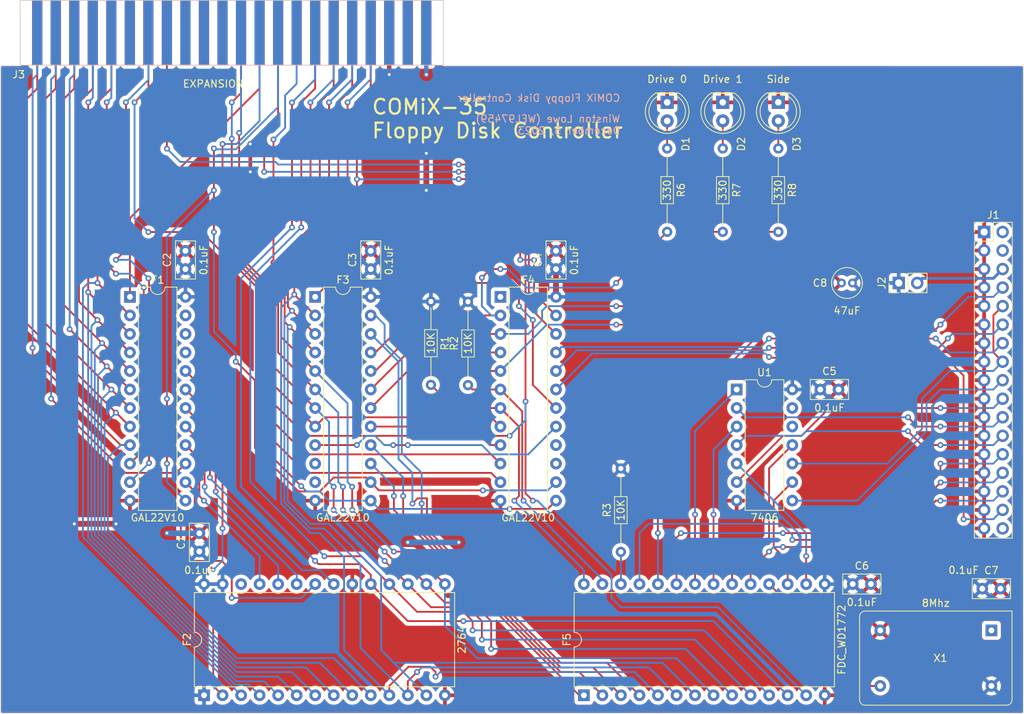
<source format=kicad_pcb>
(kicad_pcb (version 20221018) (generator pcbnew)
  (layers (0 "F.Cu" signal) (31 "B.Cu" signal) (34 "B.Paste" user) (35 "F.Paste" user) (36 "B.SilkS" user "B.Silkscreen") (37 "F.SilkS" user "F.Silkscreen") (38 "B.Mask" user) (39 "F.Mask" user) (44 "Edge.Cuts" user))
  (net 0 "")
  (net 2 "/TPA")
  (net 3 "/~{MA14}")
  (net 4 "/~{MA15}")
  (net 5 "/~{MRD}")
  (net 6 "/~{ROMDIS}")
  (net 7 "/Main/OR_F10A")
  (net 8 "/Main/And_F6")
  (net 9 "/Main/A13")
  (net 10 "/Main/A12")
  (net 11 "/Main/A11")
  (net 12 "/Main/A10")
  (net 13 "/Main/A9")
  (net 14 "/Main/A8")
  (net 15 "Net-(F3-Pad15)")
  (net 16 "Net-(F3-Pad16)")
  (net 17 "Net-(F3-Pad23)")
  (net 18 "Net-(F3-Pad22)")
  (net 20 "/Main/Latch")
  (net 21 "/Main/BUS0")
  (net 22 "/Main/BUS1")
  (net 23 "/Main/BUS2")
  (net 24 "/Main/BUS3")
  (net 25 "/Main/BUS4")
  (net 26 "/Main/BUS5")
  (net 27 "/Q")
  (net 28 "/TPB")
  (net 29 "/Main/F4_Q5")
  (net 30 "/Main/F4_Q4")
  (net 31 "/N0")
  (net 32 "/N1")
  (net 33 "/N2")
  (net 34 "/Main/F4_Q3")
  (net 35 "/Main/F4_Q2")
  (net 36 "/Main/DRQ")
  (net 37 "/Main/INTRQ")
  (net 40 "/~{EF4}")
  (net 41 "/Main/BUS6")
  (net 42 "/Main/BUS7")
  (net 43 "/~{RESET}")
  (net 44 "+5V")
  (net 45 "GND")
  (net 46 "Net-(U1-Pad5)")
  (net 47 "Net-(U1-Pad9)")
  (net 48 "Net-(X1-Pad8)")
  (net 49 "/Main/~{DDEN}")
  (net 50 "Net-(U1-Pad11)")
  (net 51 "Net-(U1-Pad3)")
  (net 52 "Net-(U1-Pad1)")
  (net 54 "/~{FD_SIDE}")
  (net 55 "/~{FD_DS1}")
  (net 56 "/~{FD_DS0}")
  (net 57 "/~{RD}")
  (net 58 "/~{TR00}")
  (net 59 "/~{IP}")
  (net 60 "/~{WPRT}")
  (net 62 "/~{WAIT}")
  (net 63 "/SC1")
  (net 64 "/~{MWR}")
  (net 65 "/Main/MA7")
  (net 66 "/Main/MA5")
  (net 67 "/Main/MA4")
  (net 68 "/Main/MA2")
  (net 69 "/Main/MA1")
  (net 70 "/~{WD}")
  (net 71 "/~{WG}")
  (net 72 "/~{STEP}")
  (net 73 "/~{DIRC}")
  (net 74 "/~{MOTOR}")
  (net 76 "Net-(J1-Pad6)")
  (net 80 "/~{INT}")
  (net 81 "/CLOCK")
  (net 82 "/SC0")
  (net 84 "/Main/MA6")
  (net 85 "/Main/MA3")
  (net 86 "/Main/MA0")
  (net 87 "/MA14")
  (net 88 "/~{DSK_EN}")
  (net 89 "/DO")
  (net 90 "/Main/~{RomOE}")
  (net 91 "/Main/NE2")
  (net 92 "/DS")
  (net 93 "Net-(D1-Pad2)")
  (net 94 "Net-(D2-Pad2)")
  (net 95 "Net-(D3-Pad2)")
  (footprint "Package_DIP:DIP-28_W15.24mm" (layer "F.Cu") (at 49.54 106.685 90)
    (fp_text reference "F2")
    (fp_text value "2764")
  )
  (footprint "Package_DIP:DIP-14_W7.62mm" (layer "F.Cu") (at 122.565 64.765)
    (fp_text reference "U1")
    (fp_text value "7406")
  )
  (footprint "8-bits:R_Axial_DIN0204_L3.6mm_D1.6mm_P11.43mm_Horizontal" (layer "F.Cu") (at 113.03 41.24825 90)
    (fp_text reference "R6")
    (fp_text value "330")
  )
  (footprint "8-bits:R_Axial_DIN0204_L3.6mm_D1.6mm_P11.43mm_Horizontal" (layer "F.Cu") (at 128.27 41.24825 90)
    (fp_text reference "R8")
    (fp_text value "330")
  )
  (footprint "Capacitor_THT:C_Disc_D5.0mm_W2.5mm_P2.50mm" (layer "F.Cu") (at 138.47 91.44)
    (fp_text reference "C6")
    (fp_text value "0.1uF")
  )
  (footprint "LED_THT:LED_D5.0mm" (layer "F.Cu") (at 120.65 25.4 -90)
    (fp_text reference "D2")
    (fp_text value "Drive 1")
  )
  (footprint "Capacitor_THT:C_Disc_D5.0mm_W2.5mm_P2.50mm" (layer "F.Cu") (at 48.895 86.975 90)
    (fp_text reference "C1")
    (fp_text value "0.1uF")
  )
  (footprint "Capacitor_THT:C_Disc_D5.0mm_W2.5mm_P2.50mm" (layer "F.Cu") (at 72.39 48.26 90)
    (fp_text reference "C3")
    (fp_text value "0.1uF")
  )
  (footprint "Capacitor_THT:C_Disc_D5.0mm_W2.5mm_P2.50mm" (layer "F.Cu") (at 156.23 92.075)
    (fp_text reference "C7")
    (fp_text value "0.1uF")
  )
  (footprint "LED_THT:LED_D5.0mm" (layer "F.Cu") (at 128.27 25.4 -90)
    (fp_text reference "D3")
    (fp_text value "Side")
  )
  (footprint "Package_DIP:DIP-24_W7.62mm" (layer "F.Cu") (at 39.38 52.07)
    (fp_text reference "F1")
    (fp_text value "GAL22V10")
  )
  (footprint "Capacitor_THT:C_Disc_D5.0mm_W2.5mm_P2.50mm" (layer "F.Cu") (at 97.79 48.26 90)
    (fp_text reference "C4")
    (fp_text value "0.1uF")
  )
  (footprint "Capacitor_THT:C_Radial_D4.0mm_H7.0mm_P1.50mm" (layer "F.Cu") (at 138.43 50.165 180)
    (fp_text reference "C8")
    (fp_text value "47uF")
  )
  (footprint "8-bits:R_Axial_DIN0204_L3.6mm_D1.6mm_P11.43mm_Horizontal" (layer "F.Cu") (at 80.645 62.23 90)
    (fp_text reference "R1")
    (fp_text value "10K")
  )
  (footprint "Capacitor_THT:C_Disc_D5.0mm_W2.5mm_P2.50mm" (layer "F.Cu") (at 46.99 48.26 90)
    (fp_text reference "C2")
    (fp_text value "0.1uF")
  )
  (footprint "Connector_PinHeader_2.54mm:PinHeader_2x17_P2.54mm_Vertical" (layer "F.Cu") (at 156.48 43.175)
    (fp_text reference "J1")
    (fp_text value "Floppy")
  )
  (footprint "Package_DIP:DIP-28_W15.24mm" (layer "F.Cu") (at 101.61 106.685 90)
    (fp_text reference "F5")
    (fp_text value "FDC_WD1772")
  )
  (footprint "Capacitor_THT:C_Disc_D5.0mm_W2.5mm_P2.50mm" (layer "F.Cu") (at 134.025 64.77)
    (fp_text reference "C5")
    (fp_text value "0.1uF")
  )
  (footprint "8-bits:R_Axial_DIN0204_L3.6mm_D1.6mm_P11.43mm_Horizontal" (layer "F.Cu") (at 85.725 54.64175 -90)
    (fp_text reference "R2")
    (fp_text value "10K")
  )
  (footprint "8-bits:R_Axial_DIN0204_L3.6mm_D1.6mm_P11.43mm_Horizontal" (layer "F.Cu") (at 120.65 41.24825 90)
    (fp_text reference "R7")
    (fp_text value "330")
  )
  (footprint "Package_DIP:DIP-24_W7.62mm" (layer "F.Cu") (at 64.77 52.07)
    (fp_text reference "F3")
    (fp_text value "GAL22V10")
  )
  (footprint "Connector_PinHeader_2.54mm:PinHeader_1x02_P2.54mm_Vertical" (layer "F.Cu") (at 144.775 50.165 90)
    (fp_text reference "J2")
    (fp_text value "Floopy Power Pin6")
  )
  (footprint "Package_DIP:DIP-24_W7.62mm" (layer "F.Cu") (at 90.17 52.07)
    (fp_text reference "F4")
    (fp_text value "GAL22V10")
  )
  (footprint "8-bits:R_Axial_DIN0204_L3.6mm_D1.6mm_P11.43mm_Horizontal" (layer "F.Cu") (at 106.68 77.50175 -90)
    (fp_text reference "R3")
    (fp_text value "10K")
  )
  (footprint "LED_THT:LED_D5.0mm" (layer "F.Cu") (at 113.03 25.405 -90)
    (fp_text reference "D1")
    (fp_text value "Drive 0")
  )
  (footprint "Oscillator:Oscillator_DIP-14" (layer "F.Cu") (at 157.48 97.79 180)
    (fp_text reference "X1")
    (fp_text value "8Mhz")
  )
  (footprint "FDC:Edge_Card_Connector_22x2" (layer "B.Cu") (at 26.67 15.839245)
    (fp_text reference "J3" hide)
    (fp_text value "EXPANSION" hide)
  )
  (gr_line (start 24.33108 11.413926) (end 82.332352 11.417005) (stroke (width 0.05)) (layer "Edge.Cuts"))
  (gr_line (start 82.337912 20.319999) (end 161.925822 20.331887) (stroke (width 0.05)) (layer "Edge.Cuts"))
  (gr_line (start 161.934804 109.22046) (end 21.59 109.22) (stroke (width 0.05)) (layer "Edge.Cuts"))
  (gr_line (start 82.332352 11.417005) (end 82.337912 20.319999) (stroke (width 0.05)) (layer "Edge.Cuts"))
  (gr_line (start 24.334118 20.318783) (end 24.33108 11.413926) (stroke (width 0.05)) (layer "Edge.Cuts"))
  (gr_line (start 21.59 109.22) (end 21.59 20.32) (stroke (width 0.05)) (layer "Edge.Cuts"))
  (gr_line (start 21.59 20.32) (end 24.334118 20.318783) (stroke (width 0.05)) (layer "Edge.Cuts"))
  (gr_line (start 161.925822 20.331887) (end 161.934804 109.22046) (stroke (width 0.05)) (layer "Edge.Cuts"))
  (gr_text "COMiX Floppy Disk Controller" (at 106.68 25.4) (layer "B.SilkS") (effects (font (size 1 1)) (justify left bottom mirror)))
  (gr_text "Winston Lowe (WEL97459)\nDecember 5, 2023" (at 106.68 29.86) (layer "B.SilkS") (effects (font (size 1 1)) (justify left bottom mirror)))
  (gr_text "COMiX-35 \nFloppy Disk Controller" (at 72.39 30.48) (layer "F.SilkS") (effects (font (size 2.032 2.032) (thickness 0.3048)) (justify left bottom)))
  (segment (start 52.705 27.94) (end 52.706802 27.94) (width 0.25) (layer "F.Cu") (net 2))
  (segment (start 39.38 52.07) (end 39.38 41.265) (width 0.25) (layer "F.Cu") (net 2))
  (segment (start 39.38 41.265) (end 57.15 23.495) (width 0.25) (layer "F.Cu") (net 2))
  (segment (start 52.705 27.94) (end 52.71 27.94) (width 0.25) (layer "F.Cu") (net 2))
  (segment (start 57.15 23.495) (end 57.15 15.839245) (width 0.25) (layer "F.Cu") (net 2))
  (segment (start 36.195 47.625) (end 37.465 48.895) (width 0.25) (layer "F.Cu") (net 3))
  (segment (start 41.275 50.8) (end 41.275 73.035) (width 0.25) (layer "F.Cu") (net 3))
  (segment (start 41.275 73.035) (end 39.38 74.93) (width 0.25) (layer "F.Cu") (net 3))
  (segment (start 36.195 25.4) (end 36.195 47.625) (width 0.25) (layer "F.Cu") (net 3))
  (via (at 41.275 50.8) (size 0.8) (drill 0.4) (layers "F.Cu" "B.Cu") (net 3))
  (via (at 36.195 25.4) (size 0.8) (drill 0.4) (layers "F.Cu" "B.Cu") (net 3))
  (via (at 37.465 48.895) (size 0.8) (drill 0.4) (layers "F.Cu" "B.Cu") (net 3))
  (segment (start 36.83 24.765) (end 36.83 15.839245) (width 0.25) (layer "B.Cu") (net 3))
  (segment (start 36.195 25.4) (end 36.83 24.765) (width 0.25) (layer "B.Cu") (net 3))
  (segment (start 37.465 48.895) (end 39.37 48.895) (width 0.25) (layer "B.Cu") (net 3))
  (segment (start 39.37 48.895) (end 41.275 50.8) (width 0.25) (layer "B.Cu") (net 3))
  (segment (start 38.835489 45.619511) (end 37.465 46.99) (width 0.25) (layer "F.Cu") (net 4))
  (segment (start 38.823329 25.4) (end 38.835489 25.41216) (width 0.25) (layer "F.Cu") (net 4))
  (segment (start 38.835489 25.41216) (end 38.835489 45.619511) (width 0.25) (layer "F.Cu") (net 4))
  (segment (start 41.91 49.53) (end 41.999511 49.619511) (width 0.25) (layer "F.Cu") (net 4))
  (segment (start 41.999511 49.619511) (end 41.999511 74.840489) (width 0.25) (layer "F.Cu") (net 4))
  (segment (start 38.823329 25.4) (end 38.823329 25.455199) (width 0.25) (layer "F.Cu") (net 4))
  (segment (start 38.823329 25.455199) (end 38.835489 25.467359) (width 0.25) (layer "F.Cu") (net 4))
  (via (at 41.91 49.53) (size 0.8) (drill 0.4) (layers "F.Cu" "B.Cu") (net 4))
  (via (at 41.999511 74.840489) (size 0.8) (drill 0.4) (layers "F.Cu" "B.Cu") (net 4))
  (via (at 38.823329 25.4) (size 0.8) (drill 0.4) (layers "F.Cu" "B.Cu") (net 4))
  (via (at 37.465 46.99) (size 0.8) (drill 0.4) (layers "F.Cu" "B.Cu") (net 4))
  (segment (start 41.999511 74.850489) (end 39.38 77.47) (width 0.25) (layer "B.Cu") (net 4))
  (segment (start 37.465 46.99) (end 39.37 46.99) (width 0.25) (layer "B.Cu") (net 4))
  (segment (start 38.823329 25.4) (end 41.91 22.313329) (width 0.25) (layer "B.Cu") (net 4))
  (segment (start 39.37 46.99) (end 41.91 49.53) (width 0.25) (layer "B.Cu") (net 4))
  (segment (start 41.91 22.313329) (end 41.91 15.839245) (width 0.25) (layer "B.Cu") (net 4))
  (segment (start 41.999511 74.840489) (end 41.999511 74.850489) (width 0.25) (layer "B.Cu") (net 4))
  (segment (start 44.45 66.04) (end 44.45 74.93) (width 0.25) (layer "F.Cu") (net 5))
  (segment (start 56.515 72.779614) (end 62.475386 78.74) (width 0.25) (layer "F.Cu") (net 5))
  (segment (start 53.885489 60.96) (end 53.975 60.96) (width 0.25) (layer "F.Cu") (net 5))
  (segment (start 62.475386 78.74) (end 65.405 78.74) (width 0.25) (layer "F.Cu") (net 5))
  (segment (start 50.8895 43.18) (end 50.8895 31.732712) (width 0.25) (layer "F.Cu") (net 5))
  (segment (start 67.31 76.835) (end 71.755 76.835) (width 0.25) (layer "F.Cu") (net 5))
  (segment (start 73.514511 78.594511) (end 87.775489 78.594511) (width 0.25) (layer "F.Cu") (net 5))
  (segment (start 65.405 78.74) (end 67.31 76.835) (width 0.25) (layer "F.Cu") (net 5))
  (segment (start 56.515 63.5) (end 56.515 72.779614) (width 0.25) (layer "F.Cu") (net 5))
  (segment (start 50.8895 31.732712) (end 50.8895 31.75) (width 0.25) (layer "F.Cu") (net 5))
  (segment (start 71.755 76.835) (end 72.39 77.47) (width 0.25) (layer "F.Cu") (net 5))
  (segment (start 50.88658 31.729792) (end 50.8895 31.732712) (width 0.25) (layer "F.Cu") (net 5))
  (segment (start 53.975 60.96) (end 56.515 63.5) (width 0.25) (layer "F.Cu") (net 5))
  (segment (start 72.39 77.47) (end 73.514511 78.594511) (width 0.25) (layer "F.Cu") (net 5))
  (via (at 50.887684 37.465) (size 0.8) (drill 0.4) (layers "F.Cu" "B.Cu") (net 5))
  (via (at 50.8895 43.18) (size 0.8) (drill 0.4) (layers "F.Cu" "B.Cu") (net 5))
  (via (at 44.45 74.93) (size 0.8) (drill 0.4) (layers "F.Cu" "B.Cu") (net 5))
  (via (at 44.45 66.04) (size 0.8) (drill 0.4) (layers "F.Cu" "B.Cu") (net 5))
  (via (at 50.88658 31.729792) (size 0.8) (drill 0.4) (layers "F.Cu" "B.Cu") (net 5))
  (via (at 87.775489 78.594511) (size 0.8) (drill 0.4) (layers "F.Cu" "B.Cu") (net 5))
  (via (at 53.885489 60.96) (size 0.8) (drill 0.4) (layers "F.Cu" "B.Cu") (net 5))
  (segment (start 59.69 26.036396) (end 59.69 15.839245) (width 0.25) (layer "B.Cu") (net 5))
  (segment (start 50.8895 43.18) (end 50.8895 56.849886) (width 0.25) (layer "B.Cu") (net 5))
  (segment (start 50.8895 56.849886) (end 53.885489 59.845875) (width 0.25) (layer "B.Cu") (net 5))
  (segment (start 53.885489 59.845875) (end 53.885489 60.96) (width 0.25) (layer "B.Cu") (net 5))
  (segment (start 53.886396 31.84) (end 59.69 26.036396) (width 0.25) (layer "B.Cu") (net 5))
  (segment (start 87.775489 78.594511) (end 96.665489 78.594511) (width 0.25) (layer "B.Cu") (net 5))
  (segment (start 44.45 66.04) (end 44.45 43.815) (width 0.25) (layer "B.Cu") (net 5))
  (segment (start 96.665489 78.594511) (end 97.79 77.47) (width 0.25) (layer "B.Cu") (net 5))
  (segment (start 50.8 37.465) (end 50.887684 37.465) (width 0.25) (layer "B.Cu") (net 5))
  (segment (start 50.996788 31.84) (end 53.886396 31.84) (width 0.25) (layer "B.Cu") (net 5))
  (segment (start 44.45 77.46) (end 47 80.01) (width 0.25) (layer "B.Cu") (net 5))
  (segment (start 44.45 74.93) (end 44.45 77.46) (width 0.25) (layer "B.Cu") (net 5))
  (segment (start 44.45 43.815) (end 50.8 37.465) (width 0.25) (layer "B.Cu") (net 5))
  (segment (start 50.88658 31.729792) (end 50.996788 31.84) (width 0.25) (layer "B.Cu") (net 5))
  (segment (start 45.73 76.2) (end 47 74.93) (width 0.25) (layer "F.Cu") (net 6))
  (segment (start 28.575 66.04) (end 28.585718 66.04) (width 0.25) (layer "F.Cu") (net 6))
  (segment (start 28.585718 66.04) (end 38.745718 76.2) (width 0.25) (layer "F.Cu") (net 6))
  (segment (start 38.745718 76.2) (end 45.73 76.2) (width 0.25) (layer "F.Cu") (net 6))
  (via (at 28.575 66.04) (size 0.8) (drill 0.4) (layers "F.Cu" "B.Cu") (net 6))
  (segment (start 28.575 66.04) (end 28.575 22.225) (width 0.25) (layer "B.Cu") (net 6))
  (segment (start 28.575 22.225) (end 29.21 21.59) (width 0.25) (layer "B.Cu") (net 6))
  (segment (start 29.21 21.59) (end 29.21 15.839245) (width 0.25) (layer "B.Cu") (net 6))
  (segment (start 50.8 96.52) (end 50.8 105.405) (width 0.25) (layer "F.Cu") (net 10))
  (segment (start 50.201928 88.9) (end 46.99 88.9) (width 0.25) (layer "F.Cu") (net 10))
  (segment (start 52.07 83.82) (end 52.07 67.3) (width 0.25) (layer "F.Cu") (net 10))
  (segment (start 45.72 90.17) (end 45.72 91.44) (width 0.25) (layer "F.Cu") (net 10))
  (segment (start 45.72 91.44) (end 50.8 96.52) (width 0.25) (layer "F.Cu") (net 10))
  (segment (start 52.07 67.3) (end 47 62.23) (width 0.25) (layer "F.Cu") (net 10))
  (segment (start 46.99 88.9) (end 45.72 90.17) (width 0.25) (layer "F.Cu") (net 10))
  (segment (start 50.8 89.498072) (end 50.201928 88.9) (width 0.25) (layer "F.Cu") (net 10))
  (segment (start 50.8 105.405) (end 52.08 106.685) (width 0.25) (layer "F.Cu") (net 10))
  (via (at 50.8 89.498072) (size 0.6) (drill 0.3) (layers "F.Cu" "B.Cu") (net 10))
  (via (at 52.07 83.82) (size 0.8) (drill 0.4) (layers "F.Cu" "B.Cu") (net 10))
  (segment (start 52.07 83.82) (end 52.07 88.228072) (width 0.25) (layer "B.Cu") (net 10))
  (segment (start 52.07 88.228072) (end 50.8 89.498072) (width 0.25) (layer "B.Cu") (net 10))
  (segment (start 51.123895 68.893895) (end 47 64.77) (width 0.25) (layer "F.Cu") (net 11))
  (segment (start 51.123895 78.729702) (end 51.123895 68.893895) (width 0.25) (layer "F.Cu") (net 11))
  (segment (start 51.147452 78.753259) (end 51.123895 78.729702) (width 0.25) (layer "F.Cu") (net 11))
  (via (at 51.147452 78.753259) (size 0.8) (drill 0.4) (layers "F.Cu" "B.Cu") (net 11))
  (segment (start 51.147452 78.753259) (end 51.147452 79.087452) (width 0.25) (layer "B.Cu") (net 11))
  (segment (start 62.24 90.18) (end 62.24 91.445) (width 0.25) (layer "B.Cu") (net 11))
  (segment (start 51.147452 79.087452) (end 62.24 90.18) (width 0.25) (layer "B.Cu") (net 11))
  (segment (start 50.345891 76.83169) (end 50.345891 70.655891) (width 0.25) (layer "F.Cu") (net 12))
  (segment (start 50.345891 70.655891) (end 47 67.31) (width 0.25) (layer "F.Cu") (net 12))
  (segment (start 50.342581 76.835) (end 50.345891 76.83169) (width 0.25) (layer "F.Cu") (net 12))
  (via (at 50.342581 76.835) (size 0.8) (drill 0.4) (layers "F.Cu" "B.Cu") (net 12))
  (segment (start 62.953791 89.535) (end 65.41 89.535) (width 0.25) (layer "B.Cu") (net 12))
  (segment (start 50.342581 76.92379) (end 62.953791 89.535) (width 0.25) (layer "B.Cu") (net 12))
  (segment (start 65.41 89.535) (end 67.32 91.445) (width 0.25) (layer "B.Cu") (net 12))
  (segment (start 50.342581 76.835) (end 50.342581 76.92379) (width 0.25) (layer "B.Cu") (net 12))
  (segment (start 49.618081 72.468081) (end 47 69.85) (width 0.25) (layer "F.Cu") (net 13))
  (segment (start 49.618081 78.099075) (end 49.618081 72.468081) (width 0.25) (layer "F.Cu") (net 13))
  (segment (start 49.624006 78.105) (end 49.618081 78.099075) (width 0.25) (layer "F.Cu") (net 13))
  (via (at 49.624006 78.105) (size 0.8) (drill 0.4) (layers "F.Cu" "B.Cu") (net 13))
  (segment (start 49.624006 78.105) (end 49.624006 78.834006) (width 0.25) (layer "B.Cu") (net 13))
  (segment (start 49.624006 78.834006) (end 59.7 88.91) (width 0.25) (layer "B.Cu") (net 13))
  (segment (start 59.7 88.91) (end 59.7 91.445) (width 0.25) (layer "B.Cu") (net 13))
  (segment (start 49.53 80.01) (end 48.895 79.375) (width 0.25) (layer "F.Cu") (net 14))
  (segment (start 48.895 74.285) (end 47 72.39) (width 0.25) (layer "F.Cu") (net 14))
  (segment (start 48.895 79.375) (end 48.895 74.285) (width 0.25) (layer "F.Cu") (net 14))
  (via (at 49.53 80.01) (size 0.8) (drill 0.4) (layers "F.Cu" "B.Cu") (net 14))
  (segment (start 57.16 87.64) (end 57.16 91.445) (width 0.25) (layer "B.Cu") (net 14))
  (segment (start 49.53 80.01) (end 57.16 87.64) (width 0.25) (layer "B.Cu") (net 14))
  (segment (start 75.565 81.280718) (end 100.969282 106.685) (width 0.25) (layer "F.Cu") (net 15))
  (segment (start 75.565 79.375) (end 75.565 81.280718) (width 0.25) (layer "F.Cu") (net 15))
  (segment (start 100.969282 106.685) (end 101.61 106.685) (width 0.25) (layer "F.Cu") (net 15))
  (via (at 75.565 79.375) (size 0.8) (drill 0.4) (layers "F.Cu" "B.Cu") (net 15))
  (segment (start 72.39 74.93) (end 75.565 78.105) (width 0.25) (layer "B.Cu") (net 15))
  (segment (start 75.565 78.105) (end 75.565 79.375) (width 0.25) (layer "B.Cu") (net 15))
  (segment (start 76.835 79.375) (end 76.835 81.915) (width 0.25) (layer "F.Cu") (net 16))
  (segment (start 76.835 81.915) (end 98.424282 103.504282) (width 0.25) (layer "F.Cu") (net 16))
  (segment (start 100.97 103.505) (end 104.15 106.685) (width 0.25) (layer "F.Cu") (net 16))
  (segment (start 99.695 103.504282) (end 99.695718 103.505) (width 0.25) (layer "F.Cu") (net 16))
  (segment (start 98.424282 103.504282) (end 99.695 103.504282) (width 0.25) (layer "F.Cu") (net 16))
  (segment (start 99.695718 103.505) (end 100.97 103.505) (width 0.25) (layer "F.Cu") (net 16))
  (via (at 76.835 79.375) (size 0.8) (drill 0.4) (layers "F.Cu" "B.Cu") (net 16))
  (segment (start 72.39 72.39) (end 76.835 76.835) (width 0.25) (layer "B.Cu") (net 16))
  (segment (start 76.835 76.835) (end 76.835 79.375) (width 0.25) (layer "B.Cu") (net 16))
  (segment (start 102.874641 102.869641) (end 98.425359 102.869641) (width 0.25) (layer "F.Cu") (net 17))
  (segment (start 98.425359 102.869641) (end 79.375 83.819282) (width 0.25) (layer "F.Cu") (net 17))
  (segment (start 106.69 106.685) (end 102.874641 102.869641) (width 0.25) (layer "F.Cu") (net 17))
  (segment (start 79.375 83.819282) (end 79.375 80.410011) (width 0.25) (layer "F.Cu") (net 17))
  (via (at 79.375 80.410011) (size 0.8) (drill 0.4) (layers "F.Cu" "B.Cu") (net 17))
  (segment (start 76.64952 73.47452) (end 76.64952 60.773803) (width 0.25) (layer "B.Cu") (net 17))
  (segment (start 79.375 80.410011) (end 79.375 76.2) (width 0.25) (layer "B.Cu") (net 17))
  (segment (start 79.375 76.2) (end 76.64952 73.47452) (width 0.25) (layer "B.Cu") (net 17))
  (segment (start 74.295 58.419282) (end 74.295 55.88) (width 0.25) (layer "B.Cu") (net 17))
  (segment (start 73.025 54.61) (end 72.39 54.61) (width 0.25) (layer "B.Cu") (net 17))
  (segment (start 74.295 55.88) (end 73.025 54.61) (width 0.25) (layer "B.Cu") (net 17))
  (segment (start 76.64952 60.773803) (end 74.295 58.419282) (width 0.25) (layer "B.Cu") (net 17))
  (segment (start 80.099511 83.908075) (end 98.426436 102.235) (width 0.25) (layer "F.Cu") (net 18))
  (segment (start 78.829511 79.6855) (end 80.099511 79.6855) (width 0.25) (layer "F.Cu") (net 18))
  (segment (start 78.105 80.410011) (end 78.829511 79.6855) (width 0.25) (layer "F.Cu") (net 18))
  (segment (start 80.099511 79.6855) (end 80.099511 83.908075) (width 0.25) (layer "F.Cu") (net 18))
  (segment (start 98.426436 102.235) (end 104.78 102.235) (width 0.25) (layer "F.Cu") (net 18))
  (segment (start 104.78 102.235) (end 109.23 106.685) (width 0.25) (layer "F.Cu") (net 18))
  (via (at 78.105 80.410011) (size 0.8) (drill 0.4) (layers "F.Cu" "B.Cu") (net 18))
  (segment (start 78.105 80.410011) (end 78.105 76.2) (width 0.25) (layer "B.Cu") (net 18))
  (segment (start 76.2 60.96) (end 72.39 57.15) (width 0.25) (layer "B.Cu") (net 18))
  (segment (start 78.105 76.2) (end 76.2 74.295) (width 0.25) (layer "B.Cu") (net 18))
  (segment (start 76.2 74.295) (end 76.2 60.96) (width 0.25) (layer "B.Cu") (net 18))
  (segment (start 94.615 64.135) (end 94.615 55.245) (width 0.25) (layer "F.Cu") (net 20))
  (segment (start 91.44 50.165) (end 66.675 50.165) (width 0.25) (layer "F.Cu") (net 20))
  (segment (start 92.71 53.34) (end 92.71 51.435) (width 0.25) (layer "F.Cu") (net 20))
  (segment (start 66.675 50.165) (end 64.77 52.07) (width 0.25) (layer "F.Cu") (net 20))
  (segment (start 97.79 67.31) (end 94.615 64.135) (width 0.25) (layer "F.Cu") (net 20))
  (segment (start 92.71 51.435) (end 91.44 50.165) (width 0.25) (layer "F.Cu") (net 20))
  (via (at 92.71 53.34) (size 0.8) (drill 0.4) (layers "F.Cu" "B.Cu") (net 20))
  (via (at 94.615 55.245) (size 0.8) (drill 0.4) (layers "F.Cu" "B.Cu") (net 20))
  (segment (start 94.615 55.245) (end 92.71 53.34) (width 0.25) (layer "B.Cu") (net 20))
  (segment (start 86.088067 35.924503) (end 84.455 35.924503) (width 0.25) (layer "F.Cu") (net 21))
  (segment (start 81.28 103.505) (end 80.555489 102.780489) (width 0.25) (layer "F.Cu") (net 21))
  (segment (start 77.559511 102.780489) (end 74.94 105.4) (width 0.25) (layer "F.Cu") (net 21))
  (segment (start 61.9125 51.7525) (end 61.9125 47.9425) (width 0.25) (layer "F.Cu") (net 21))
  (segment (start 92.88454 42.720976) (end 86.088067 35.924503) (width 0.25) (layer "F.Cu") (net 21))
  (segment (start 72.39 23.5) (end 72.39 15.839245) (width 0.25) (layer "F.Cu") (net 21))
  (segment (start 80.555489 102.780489) (end 77.559511 102.780489) (width 0.25) (layer "F.Cu") (net 21))
  (segment (start 81.28 104.14) (end 81.28 103.505) (width 0.25) (layer "F.Cu") (net 21))
  (segment (start 61.9125 47.9425) (end 70.49 39.365) (width 0.25) (layer "F.Cu") (net 21))
  (segment (start 92.88454 46.99) (end 92.88454 42.720976) (width 0.25) (layer "F.Cu") (net 21))
  (segment (start 70.49 25.4) (end 72.39 23.5) (width 0.25) (layer "F.Cu") (net 21))
  (segment (start 94.78306 51.60306) (end 97.79 54.61) (width 0.25) (layer "F.Cu") (net 21))
  (segment (start 70.49 39.365) (end 70.49 25.4) (width 0.25) (layer "F.Cu") (net 21))
  (segment (start 61.9125 51.7525) (end 64.77 54.61) (width 0.25) (layer "F.Cu") (net 21))
  (segment (start 94.78306 46.99) (end 94.78306 51.60306) (width 0.25) (layer "F.Cu") (net 21))
  (segment (start 74.94 105.4) (end 74.94 106.685) (width 0.25) (layer "F.Cu") (net 21))
  (via (at 92.88454 46.99) (size 0.8) (drill 0.4) (layers "F.Cu" "B.Cu") (net 21))
  (via (at 94.78306 46.99) (size 0.8) (drill 0.4) (layers "F.Cu" "B.Cu") (net 21))
  (via (at 61.9125 51.7525) (size 0.8) (drill 0.4) (layers "F.Cu" "B.Cu") (net 21))
  (via (at 84.455 35.924503) (size 0.8) (drill 0.4) (layers "F.Cu" "B.Cu") (net 21))
  (via (at 81.28 104.14) (size 0.8) (drill 0.4) (layers "F.Cu" "B.Cu") (net 21))
  (via (at 70.496359 35.947749) (size 0.8) (drill 0.4) (layers "F.Cu" "B.Cu") (net 21))
  (segment (start 68.735489 87.785489) (end 65.405 84.455) (width 0.25) (layer "B.Cu") (net 21))
  (segment (start 94.78306 46.99) (end 92.88454 46.99) (width 0.25) (layer "B.Cu") (net 21))
  (segment (start 108.59 103.505) (end 111.77 106.685) (width 0.25) (layer "B.Cu") (net 21))
  (segment (start 70.496359 35.947749) (end 84.431754 35.947749) (width 0.25) (layer "B.Cu") (net 21))
  (segment (start 81.915 103.505) (end 108.59 103.505) (width 0.25) (layer "B.Cu") (net 21))
  (segment (start 74.94 106.685) (end 68.735489 100.480489) (width 0.25) (layer "B.Cu") (net 21))
  (segment (start 84.431754 35.947749) (end 84.455 35.924503) (width 0.25) (layer "B.Cu") (net 21))
  (segment (start 81.28 104.14) (end 81.915 103.505) (width 0.25) (layer "B.Cu") (net 21))
  (segment (start 68.735489 100.480489) (end 68.735489 87.785489) (width 0.25) (layer "B.Cu") (net 21))
  (segment (start 61.9125 51.7525) (end 60.103469 53.561531) (width 0.25) (layer "B.Cu") (net 21))
  (segment (start 60.103469 80.424904) (end 64.133565 84.455) (width 0.25) (layer "B.Cu") (net 21))
  (segment (start 60.103469 53.561531) (end 60.103469 80.424904) (width 0.25) (layer "B.Cu") (net 21))
  (segment (start 64.133565 84.455) (end 65.405 84.455) (width 0.25) (layer "B.Cu") (net 21))
  (segment (start 61.038918 48.180364) (end 69.215 40.004282) (width 0.25) (layer "F.Cu") (net 22))
  (segment (start 77.48 106.685) (end 77.48 104.765) (width 0.25) (layer "F.Cu") (net 22))
  (segment (start 77.48 104.765) (end 78.74 103.505) (width 0.25) (layer "F.Cu") (net 22))
  (segment (start 61.038918 53.418918) (end 61.038918 48.180364) (width 0.25) (layer "F.Cu") (net 22))
  (segment (start 61.595 53.975) (end 64.77 57.15) (width 0.25) (layer "F.Cu") (net 22))
  (segment (start 69.215 25.405665) (end 69.215 25.4) (width 0.25) (layer "F.Cu") (net 22))
  (segment (start 61.595 53.975) (end 61.038918 53.418918) (width 0.25) (layer "F.Cu") (net 22))
  (segment (start 69.215 25.409061) (end 69.216698 25.407363) (width 0.25) (layer "F.Cu") (net 22))
  (segment (start 69.216698 25.407363) (end 69.215 25.405665) (width 0.25) (layer "F.Cu") (net 22))
  (segment (start 69.215 40.004282) (end 69.215 25.409061) (width 0.25) (layer "F.Cu") (net 22))
  (via (at 69.216698 25.407363) (size 0.8) (drill 0.4) (layers "F.Cu" "B.Cu") (net 22))
  (via (at 61.595 53.975) (size 0.8) (drill 0.4) (layers "F.Cu" "B.Cu") (net 22))
  (via (at 78.74 103.505) (size 0.8) (drill 0.4) (layers "F.Cu" "B.Cu") (net 22))
  (segment (start 69.216698 25.407363) (end 72.39 22.234061) (width 0.25) (layer "B.Cu") (net 22))
  (segment (start 70.984511 88.764511) (end 66.04 83.82) (width 0.25) (layer "B.Cu") (net 22))
  (segment (start 64.134283 83.82) (end 66.04 83.82) (width 0.25) (layer "B.Cu") (net 22))
  (segment (start 70.984511 100.189511) (end 70.984511 88.764511) (width 0.25) (layer "B.Cu") (net 22))
  (segment (start 60.552989 80.238706) (end 64.134283 83.82) (width 0.25) (layer "B.Cu") (net 22))
  (segment (start 77.48 106.685) (end 70.984511 100.189511) (width 0.25) (layer "B.Cu") (net 22))
  (segment (start 114.31 106.685) (end 110.495 102.87) (width 0.25) (layer "B.Cu") (net 22))
  (segment (start 61.595 53.975) (end 60.552989 55.017011) (width 0.25) (layer "B.Cu") (net 22))
  (segment (start 110.495 102.87) (end 79.375 102.87) (width 0.25) (layer "B.Cu") (net 22))
  (segment (start 79.375 102.87) (end 78.74 103.505) (width 0.25) (layer "B.Cu") (net 22))
  (segment (start 72.39 22.234061) (end 72.39 15.839245) (width 0.25) (layer "B.Cu") (net 22))
  (segment (start 60.552989 55.017011) (end 60.552989 80.238706) (width 0.25) (layer "B.Cu") (net 22))
  (segment (start 61.2775 56.1975) (end 64.77 59.69) (width 0.25) (layer "F.Cu") (net 23))
  (segment (start 60.589399 55.509399) (end 60.589398 47.994166) (width 0.25) (layer "F.Cu") (net 23))
  (segment (start 67.95 40.633564) (end 67.95 25.4) (width 0.25) (layer "F.Cu") (net 23))
  (segment (start 60.589398 47.994166) (end 67.95 40.633564) (width 0.25) (layer "F.Cu") (net 23))
  (segment (start 67.95 25.4) (end 69.85 23.5) (width 0.25) (layer "F.Cu") (net 23))
  (segment (start 69.85 23.5) (end 69.85 15.839245) (width 0.25) (layer "F.Cu") (net 23))
  (segment (start 61.2775 56.1975) (end 60.589399 55.509399) (width 0.25) (layer "F.Cu") (net 23))
  (via (at 61.2775 56.1975) (size 0.8) (drill 0.4) (layers "F.Cu" "B.Cu") (net 23))
  (segment (start 61.002509 80.052509) (end 64.135 83.185) (width 0.25) (layer "B.Cu") (net 23))
  (segment (start 61.2775 56.1975) (end 61.002509 56.472491) (width 0.25) (layer "B.Cu") (net 23))
  (segment (start 73.815489 100.480489) (end 73.815489 90.325489) (width 0.25) (layer "B.Cu") (net 23))
  (segment (start 112.4 102.235) (end 75.57 102.235) (width 0.25) (layer "B.Cu") (net 23))
  (segment (start 75.5675 102.2325) (end 73.815489 100.480489) (width 0.25) (layer "B.Cu") (net 23))
  (segment (start 80.02 106.685) (end 75.5675 102.2325) (width 0.25) (layer "B.Cu") (net 23))
  (segment (start 73.815489 90.325489) (end 66.675 83.185) (width 0.25) (layer "B.Cu") (net 23))
  (segment (start 61.002509 56.472491) (end 61.002509 80.052509) (width 0.25) (layer "B.Cu") (net 23))
  (segment (start 64.135 83.185) (end 66.675 83.185) (width 0.25) (layer "B.Cu") (net 23))
  (segment (start 75.57 102.235) (end 75.5675 102.2325) (width 0.25) (layer "B.Cu") (net 23))
  (segment (start 116.85 106.685) (end 112.4 102.235) (width 0.25) (layer "B.Cu") (net 23))
  (segment (start 60.139878 47.807968) (end 66.675 41.272846) (width 0.25) (layer "F.Cu") (net 24))
  (segment (start 66.668764 25.407363) (end 66.675 25.401127) (width 0.25) (layer "F.Cu") (net 24))
  (segment (start 66.675 25.413599) (end 66.668764 25.407363) (width 0.25) (layer "F.Cu") (net 24))
  (segment (start 75.565 86.995) (end 78.11 86.995) (width 0.25) (layer "F.Cu") (net 24))
  (segment (start 64.77 62.23) (end 60.139879 57.599879) (width 0.25) (layer "F.Cu") (net 24))
  (segment (start 69.85 78.105) (end 69.85 81.28) (width 0.25) (layer "F.Cu") (net 24))
  (segment (start 78.11 86.995) (end 82.56 91.445) (width 0.25) (layer "F.Cu") (net 24))
  (segment (start 66.675 25.401127) (end 66.675 25.4) (width 0.25) (layer "F.Cu") (net 24))
  (segment (start 60.139879 57.599879) (end 60.139878 47.807968) (width 0.25) (layer "F.Cu") (net 24))
  (segment (start 66.675 41.272846) (end 66.675 25.413599) (width 0.25) (layer "F.Cu") (net 24))
  (via (at 69.85 81.28) (size 0.8) (drill 0.4) (layers "F.Cu" "B.Cu") (net 24))
  (via (at 69.85 78.105) (size 0.8) (drill 0.4) (layers "F.Cu" "B.Cu") (net 24))
  (via (at 75.565 86.995) (size 0.8) (drill 0.4) (layers "F.Cu" "B.Cu") (net 24))
  (via (at 66.668764 25.407363) (size 0.8) (drill 0.4) (layers "F.Cu" "B.Cu") (net 24))
  (segment (start 69.85 81.28) (end 75.565 86.995) (width 0.25) (layer "B.Cu") (net 24))
  (segment (start 114.3 101.6) (end 86.995 101.6) (width 0.25) (layer "B.Cu") (net 24))
  (segment (start 82.56 97.165) (end 82.56 91.445) (width 0.25) (layer "B.Cu") (net 24))
  (segment (start 86.995 101.6) (end 82.56 97.165) (width 0.25) (layer "B.Cu") (net 24))
  (segment (start 69.215 66.675) (end 69.215 77.47) (width 0.25) (layer "B.Cu") (net 24))
  (segment (start 117.974511 105.274511) (end 114.3 101.6) (width 0.25) (layer "B.Cu") (net 24))
  (segment (start 119.39 106.685) (end 117.974511 105.269511) (width 0.25) (layer "B.Cu") (net 24))
  (segment (start 66.668764 25.407363) (end 69.85 22.226127) (width 0.25) (layer "B.Cu") (net 24))
  (segment (start 69.85 22.226127) (end 69.85 15.839245) (width 0.25) (layer "B.Cu") (net 24))
  (segment (start 64.77 62.23) (end 69.215 66.675) (width 0.25) (layer "B.Cu") (net 24))
  (segment (start 69.215 77.47) (end 69.85 78.105) (width 0.25) (layer "B.Cu") (net 24))
  (segment (start 117.974511 105.269511) (end 117.974511 105.274511) (width 0.25) (layer "B.Cu") (net 24))
  (segment (start 59.690358 47.62177) (end 65.41 41.902128) (width 0.25) (layer "F.Cu") (net 25))
  (segment (start 76.835 89.535) (end 78.11 89.535) (width 0.25) (layer "F.Cu") (net 25))
  (segment (start 82.555 93.98) (end 80.02 91.445) (width 0.25) (layer "F.Cu") (net 25))
  (segment (start 64.77 64.77) (end 59.690359 59.690359) (width 0.25) (layer "F.Cu") (net 25))
  (segment (start 86.36 93.98) (end 82.555 93.98) (width 0.25) (layer "F.Cu") (net 25))
  (segment (start 78.11 89.535) (end 80.02 91.445) (width 0.25) (layer "F.Cu") (net 25))
  (segment (start 65.41 41.902128) (end 65.41 25.4) (width 0.25) (layer "F.Cu") (net 25))
  (segment (start 59.690359 59.690359) (end 59.690358 47.62177) (width 0.25) (layer "F.Cu") (net 25))
  (segment (start 68.58 78.105) (end 68.58 81.28) (width 0.25) (layer "F.Cu") (net 25))
  (segment (start 74.295 86.995) (end 76.835 89.535) (width 0.25) (layer "F.Cu") (net 25))
  (segment (start 88.9 96.52) (end 86.36 93.98) (width 0.25) (layer "F.Cu") (net 25))
  (segment (start 88.9 100.33) (end 88.9 96.52) (width 0.25) (layer "F.Cu") (net 25))
  (segment (start 65.41 25.4) (end 67.31 23.5) (width 0.25) (layer "F.Cu") (net 25))
  (segment (start 67.31 23.5) (end 67.31 15.839245) (width 0.25) (layer "F.Cu") (net 25))
  (via (at 68.58 81.28) (size 0.8) (drill 0.4) (layers "F.Cu" "B.Cu") (net 25))
  (via (at 74.295 86.995) (size 0.8) (drill 0.4) (layers "F.Cu" "B.Cu") (net 25))
  (via (at 68.58 78.105) (size 0.8) (drill 0.4) (layers "F.Cu" "B.Cu") (net 25))
  (via (at 88.9 100.33) (size 0.8) (drill 0.4) (layers "F.Cu" "B.Cu") (net 25))
  (segment (start 64.77 64.77) (end 67.945 67.945) (width 0.25) (layer "B.Cu") (net 25))
  (segment (start 115.575 100.33) (end 121.93 106.685) (width 0.25) (layer "B.Cu") (net 25))
  (segment (start 68.58 81.28) (end 74.295 86.995) (width 0.25) (layer "B.Cu") (net 25))
  (segment (start 67.945 67.945) (end 67.945 77.47) (width 0.25) (layer "B.Cu") (net 25))
  (segment (start 67.945 77.47) (end 68.58 78.105) (width 0.25) (layer "B.Cu") (net 25))
  (segment (start 88.9 100.33) (end 115.575 100.33) (width 0.25) (layer "B.Cu") (net 25))
  (segment (start 74.3 88.265) (end 77.48 91.445) (width 0.25) (layer "F.Cu") (net 26))
  (segment (start 87.63 99.06) (end 87.63 96.52) (width 0.25) (layer "F.Cu") (net 26))
  (segment (start 80.645 94.61) (end 77.48 91.445) (width 0.25) (layer "F.Cu") (net 26))
  (segment (start 59.240838 47.435572) (end 64.135 42.54141) (width 0.25) (layer "F.Cu") (net 26))
  (segment (start 64.135 25.434281) (end 64.118584 25.417865) (width 0.25) (layer "F.Cu") (net 26))
  (segment (start 64.118584 25.417865) (end 64.135 25.401449) (width 0.25) (layer "F.Cu") (net 26))
  (segment (start 80.645 94.615) (end 80.645 94.61) (width 0.25) (layer "F.Cu") (net 26))
  (segment (start 87.63 96.52) (end 85.725 94.615) (width 0.25) (layer "F.Cu") (net 26))
  (segment (start 64.135 42.54141) (end 64.135 25.434281) (width 0.25) (layer "F.Cu") (net 26))
  (segment (start 85.725 94.615) (end 80.645 94.615) (width 0.25) (layer "F.Cu") (net 26))
  (segment (start 74.295 88.265) (end 74.3 88.265) (width 0.25) (layer "F.Cu") (net 26))
  (segment (start 64.77 67.31) (end 59.240838 61.780838) (width 0.25) (layer "F.Cu") (net 26))
  (segment (start 59.240838 61.780838) (end 59.240838 47.435572) (width 0.25) (layer "F.Cu") (net 26))
  (segment (start 67.31 78.105) (end 67.31 81.28) (width 0.25) (layer "F.Cu") (net 26))
  (segment (start 64.135 25.401449) (end 64.135 25.4) (width 0.25) (layer "F.Cu") (net 26))
  (via (at 74.295 88.265) (size 0.8) (drill 0.4) (layers "F.Cu" "B.Cu") (net 26))
  (via (at 67.31 78.105) (size 0.8) (drill 0.4) (layers "F.Cu" "B.Cu") (net 26))
  (via (at 64.118584 25.417865) (size 0.8) (drill 0.4) (layers "F.Cu" "B.Cu") (net 26))
  (via (at 67.31 81.28) (size 0.8) (drill 0.4) (layers "F.Cu" "B.Cu") (net 26))
  (via (at 87.63 99.06) (size 0.8) (drill 0.4) (layers "F.Cu" "B.Cu") (net 26))
  (segment (start 67.31 81.28) (end 74.295 88.265) (width 0.25) (layer "B.Cu") (net 26))
  (segment (start 66.675 69.215) (end 66.675 77.47) (width 0.25) (layer "B.Cu") (net 26))
  (segment (start 64.77 67.31) (end 66.675 69.215) (width 0.25) (layer "B.Cu") (net 26))
  (segment (start 64.118584 25.417865) (end 67.31 22.226449) (width 0.25) (layer "B.Cu") (net 26))
  (segment (start 67.31 22.226449) (end 67.31 15.839245) (width 0.25) (layer "B.Cu") (net 26))
  (segment (start 124.47 106.685) (end 116.845 99.06) (width 0.25) (layer "B.Cu") (net 26))
  (segment (start 116.845 99.06) (end 87.63 99.06) (width 0.25) (layer "B.Cu") (net 26))
  (segment (start 66.675 77.47) (end 67.31 78.105) (width 0.25) (layer "B.Cu") (net 26))
  (segment (start 58.791318 47.249374) (end 59.055 46.985692) (width 0.25) (layer "F.Cu") (net 27))
  (segment (start 59.055 30.499961) (end 59.055 30.48) (width 0.25) (layer "F.Cu") (net 27))
  (segment (start 66.04 68.58) (end 88.9 68.58) (width 0.25) (layer "F.Cu") (net 27))
  (segment (start 58.791318 63.871318) (end 58.791318 47.249374) (width 0.25) (layer "F.Cu") (net 27))
  (segment (start 59.055 46.985692) (end 59.055 30.502455) (width 0.25) (layer "F.Cu") (net 27))
  (segment (start 59.055 30.502455) (end 59.056247 30.501208) (width 0.25) (layer "F.Cu") (net 27))
  (segment (start 64.77 69.85) (end 66.04 68.58) (width 0.25) (layer "F.Cu") (net 27))
  (segment (start 88.9 68.58) (end 90.17 69.85) (width 0.25) (layer "F.Cu") (net 27))
  (segment (start 64.77 69.85) (end 58.791318 63.871318) (width 0.25) (layer "F.Cu") (net 27))
  (segment (start 59.056247 30.501208) (end 59.055 30.499961) (width 0.25) (layer "F.Cu") (net 27))
  (via (at 59.056247 30.501208) (size 0.8) (drill 0.4) (layers "F.Cu" "B.Cu") (net 27))
  (segment (start 60.65231 28.905145) (end 60.65231 24.43769) (width 0.25) (layer "B.Cu") (net 27))
  (segment (start 60.65231 24.43769) (end 62.23 22.86) (width 0.25) (layer "B.Cu") (net 27))
  (segment (start 59.056247 30.501208) (end 60.65231 28.905145) (width 0.25) (layer "B.Cu") (net 27))
  (segment (start 62.23 22.86) (end 62.23 15.839245) (width 0.25) (layer "B.Cu") (net 27))
  (segment (start 49.211961 43.18) (end 56.993238 50.961277) (width 0.25) (layer "F.Cu") (net 28))
  (segment (start 56.993238 50.961277) (end 56.993238 72.143738) (width 0.25) (layer "F.Cu") (net 28))
  (segment (start 91.44 81.134511) (end 96.665489 81.134511) (width 0.25) (layer "F.Cu") (net 28))
  (segment (start 40.01 25.407133) (end 41.91 23.507133) (width 0.25) (layer "F.Cu") (net 28))
  (segment (start 56.993238 72.143738) (end 62.865 78.0155) (width 0.25) (layer "F.Cu") (net 28))
  (segment (start 41.91 43.18) (end 49.211961 43.18) (width 0.25) (layer "F.Cu") (net 28))
  (segment (start 41.91 23.507133) (end 41.91 15.839245) (width 0.25) (layer "F.Cu") (net 28))
  (segment (start 96.665489 81.134511) (end 97.79 80.01) (width 0.25) (layer "F.Cu") (net 28))
  (via (at 41.91 43.18) (size 0.8) (drill 0.4) (layers "F.Cu" "B.Cu") (net 28))
  (via (at 91.44 81.134511) (size 0.8) (drill 0.4) (layers "F.Cu" "B.Cu") (net 28))
  (via (at 62.865 78.0155) (size 0.8) (drill 0.4) (layers "F.Cu" "B.Cu") (net 28))
  (via (at 40.01 25.407133) (size 0.8) (drill 0.4) (layers "F.Cu" "B.Cu") (net 28))
  (segment (start 66.675 80.01) (end 72.39 80.01) (width 0.25) (layer "B.Cu") (net 28))
  (segment (start 73.514511 81.134511) (end 72.39 80.01) (width 0.25) (layer "B.Cu") (net 28))
  (segment (start 65.405 78.74) (end 66.675 80.01) (width 0.25) (layer "B.Cu") (net 28))
  (segment (start 62.865 78.0155) (end 63.5895 78.74) (width 0.25) (layer "B.Cu") (net 28))
  (segment (start 40.01 41.28) (end 41.91 43.18) (width 0.25) (layer "B.Cu") (net 28))
  (segment (start 91.44 81.134511) (end 73.514511 81.134511) (width 0.25) (layer "B.Cu") (net 28))
  (segment (start 40.01 25.407133) (end 40.01 25.68) (width 0.25) (layer "B.Cu") (net 28))
  (segment (start 40.01 25.407133) (end 40.01 41.28) (width 0.25) (layer "B.Cu") (net 28))
  (segment (start 63.5895 78.74) (end 65.405 78.74) (width 0.25) (layer "B.Cu") (net 28))
  (segment (start 106.045 55.88) (end 111.125 55.88) (width 0.25) (layer "F.Cu") (net 29))
  (segment (start 72.39 67.31) (end 77.47 62.23) (width 0.25) (layer "F.Cu") (net 29))
  (segment (start 77.47 62.23) (end 90.17 62.23) (width 0.25) (layer "F.Cu") (net 29))
  (segment (start 111.125 55.88) (end 123.85175 43.15325) (width 0.25) (layer "F.Cu") (net 29))
  (segment (start 123.85175 43.15325) (end 128.27 43.15325) (width 0.25) (layer "F.Cu") (net 29))
  (via (at 106.045 55.88) (size 0.8) (drill 0.4) (layers "F.Cu" "B.Cu") (net 29))
  (segment (start 96.52 55.88) (end 90.17 62.23) (width 0.25) (layer "B.Cu") (net 29))
  (segment (start 106.045 55.88) (end 96.52 55.88) (width 0.25) (layer "B.Cu") (net 29))
  (segment (start 77.47 59.69) (end 90.17 59.69) (width 0.25) (layer "F.Cu") (net 30))
  (segment (start 72.39 64.77) (end 77.47 59.69) (width 0.25) (layer "F.Cu") (net 30))
  (segment (start 57.442758 50.775079) (end 57.442758 70.142758) (width 0.25) (layer "F.Cu") (net 31))
  (segment (start 52.07 31.115) (end 52.07 45.402321) (width 0.25) (layer "F.Cu") (net 31))
  (segment (start 57.442758 70.142758) (end 63.5 76.2) (width 0.25) (layer "F.Cu") (net 31))
  (segment (start 63.5 76.2) (end 88.9 76.2) (width 0.25) (layer "F.Cu") (net 31))
  (segment (start 52.07 45.402321) (end 57.442758 50.775079) (width 0.25) (layer "F.Cu") (net 31))
  (segment (start 88.9 76.2) (end 90.17 77.47) (width 0.25) (layer "F.Cu") (net 31))
  (via (at 52.07 31.115) (size 0.8) (drill 0.4) (layers "F.Cu" "B.Cu") (net 31))
  (segment (start 57.15 27.94) (end 57.15 15.839245) (width 0.25) (layer "B.Cu") (net 31))
  (segment (start 52.07 31.115) (end 53.975 31.115) (width 0.25) (layer "B.Cu") (net 31))
  (segment (start 53.975 31.115) (end 57.15 27.94) (width 0.25) (layer "B.Cu") (net 31))
  (segment (start 54.61 24.13) (end 54.61 15.839245) (width 0.25) (layer "F.Cu") (net 32))
  (segment (start 63.5 73.66) (end 88.9 73.66) (width 0.25) (layer "F.Cu") (net 32))
  (segment (start 53.34 46.036603) (end 57.892278 50.588881) (width 0.25) (layer "F.Cu") (net 32))
  (segment (start 53.34 25.4) (end 54.61 24.13) (width 0.25) (layer "F.Cu") (net 32))
  (segment (start 88.9 73.66) (end 90.17 74.93) (width 0.25) (layer "F.Cu") (net 32))
  (segment (start 57.892278 68.052278) (end 63.5 73.66) (width 0.25) (layer "F.Cu") (net 32))
  (segment (start 53.34 30.3905) (end 53.34 46.036603) (width 0.25) (layer "F.Cu") (net 32))
  (segment (start 57.892278 50.588881) (end 57.892278 68.052278) (width 0.25) (layer "F.Cu") (net 32))
  (via (at 53.34 25.4) (size 0.8) (drill 0.4) (layers "F.Cu" "B.Cu") (net 32))
  (via (at 53.34 30.3905) (size 0.8) (drill 0.4) (layers "F.Cu" "B.Cu") (net 32))
  (segment (start 53.34 25.4) (end 53.34 30.3905) (width 0.25) (layer "B.Cu") (net 32))
  (segment (start 63.5 71.12) (end 87.63 71.12) (width 0.25) (layer "F.Cu") (net 33))
  (segment (start 88.9 72.39) (end 90.17 72.39) (width 0.25) (layer "F.Cu") (net 33))
  (segment (start 58.341798 50.402683) (end 58.341798 65.961798) (width 0.25) (layer "F.Cu") (net 33))
  (segment (start 87.63 71.12) (end 88.9 72.39) (width 0.25) (layer "F.Cu") (net 33))
  (segment (start 54.353854 29.588855) (end 54.353854 46.414739) (width 0.25) (layer "F.Cu") (net 33))
  (segment (start 54.353854 46.414739) (end 58.341798 50.402683) (width 0.25) (layer "F.Cu") (net 33))
  (segment (start 58.341798 65.961798) (end 63.5 71.12) (width 0.25) (layer "F.Cu") (net 33))
  (via (at 54.353854 29.588855) (size 0.8) (drill 0.4) (layers "F.Cu" "B.Cu") (net 33))
  (segment (start 54.353854 29.588855) (end 54.61 29.332709) (width 0.25) (layer "B.Cu") (net 33))
  (segment (start 54.61 29.332709) (end 54.61 15.839245) (width 0.25) (layer "B.Cu") (net 33))
  (segment (start 117.50175 43.15325) (end 120.65 43.15325) (width 0.25) (layer "F.Cu") (net 34))
  (segment (start 78.105 57.15) (end 90.17 57.15) (width 0.25) (layer "F.Cu") (net 34))
  (segment (start 107.315 53.34) (end 117.50175 43.15325) (width 0.25) (layer "F.Cu") (net 34))
  (segment (start 72.39 62.23) (end 73.025 62.23) (width 0.25) (layer "F.Cu") (net 34))
  (segment (start 106.045 53.34) (end 107.315 53.34) (width 0.25) (layer "F.Cu") (net 34))
  (segment (start 73.025 62.23) (end 78.105 57.15) (width 0.25) (layer "F.Cu") (net 34))
  (via (at 106.045 53.34) (size 0.8) (drill 0.4) (layers "F.Cu" "B.Cu") (net 34))
  (segment (start 95.885 53.975) (end 95.885 55.244641) (width 0.25) (layer "B.Cu") (net 34))
  (segment (start 106.045 53.34) (end 96.52 53.34) (width 0.25) (layer "B.Cu") (net 34))
  (segment (start 93.979641 57.15) (end 90.17 57.15) (width 0.25) (layer "B.Cu") (net 34))
  (segment (start 95.885 55.244641) (end 93.979641 57.15) (width 0.25) (layer "B.Cu") (net 34))
  (segment (start 96.52 53.34) (end 95.885 53.975) (width 0.25) (layer "B.Cu") (net 34))
  (segment (start 78.105 54.61) (end 90.17 54.61) (width 0.25) (layer "F.Cu") (net 35))
  (segment (start 106.045 50.13825) (end 113.03 43.15325) (width 0.25) (layer "F.Cu") (net 35))
  (segment (start 90.17 48.26) (end 88.8105 48.26) (width 0.25) (layer "F.Cu") (net 35))
  (segment (start 73.025 59.69) (end 78.105 54.61) (width 0.25) (layer "F.Cu") (net 35))
  (segment (start 106.045 50.165) (end 106.045 50.13825) (width 0.25) (layer "F.Cu") (net 35))
  (segment (start 72.39 59.69) (end 73.025 59.69) (width 0.25) (layer "F.Cu") (net 35))
  (segment (start 88.8105 48.26) (end 87.63 49.4405) (width 0.25) (layer "F.Cu") (net 35))
  (via (at 106.045 50.165) (size 0.8) (drill 0.4) (layers "F.Cu" "B.Cu") (net 35))
  (via (at 87.63 49.4405) (size 0.8) (drill 0.4) (layers "F.Cu" "B.Cu") (net 35))
  (via (at 90.17 48.26) (size 0.8) (drill 0.4) (layers "F.Cu" "B.Cu") (net 35))
  (segment (start 93.764235 50.8) (end 105.41 50.8) (width 0.25) (layer "B.Cu") (net 35))
  (segment (start 88.9 54.61) (end 90.17 54.61) (width 0.25) (layer "B.Cu") (net 35))
  (segment (start 90.17 48.26) (end 91.224235 48.26) (width 0.25) (layer "B.Cu") (net 35))
  (segment (start 87.63 53.34) (end 88.9 54.61) (width 0.25) (layer "B.Cu") (net 35))
  (segment (start 105.41 50.8) (end 106.045 50.165) (width 0.25) (layer "B.Cu") (net 35))
  (segment (start 91.224235 48.26) (end 93.764235 50.8) (width 0.25) (layer "B.Cu") (net 35))
  (segment (start 87.63 49.4405) (end 87.63 53.34) (width 0.25) (layer "B.Cu") (net 35))
  (segment (start 90.17 64.77) (end 93.15952 67.75952) (width 0.25) (layer "F.Cu") (net 36))
  (segment (start 93.15952 67.75952) (end 93.15952 79.82452) (width 0.25) (layer "F.Cu") (net 36))
  (segment (start 86.32825 64.77) (end 85.725 64.16675) (width 0.25) (layer "F.Cu") (net 36))
  (segment (start 90.17 64.77) (end 86.32825 64.77) (width 0.25) (layer "F.Cu") (net 36))
  (segment (start 93.15952 79.82452) (end 93.345 80.01) (width 0.25) (layer "F.Cu") (net 36))
  (via (at 93.345 80.01) (size 0.8) (drill 0.4) (layers "F.Cu" "B.Cu") (net 36))
  (segment (start 104.15 91.445) (end 104.15 90.815) (width 0.25) (layer "B.Cu") (net 36))
  (segment (start 104.15 90.815) (end 93.345 80.01) (width 0.25) (layer "B.Cu") (net 36))
  (segment (start 90.17 67.31) (end 83.82 67.31) (width 0.25) (layer "F.Cu") (net 37))
  (segment (start 83.82 67.31) (end 80.645 64.135) (width 0.25) (layer "F.Cu") (net 37))
  (segment (start 90.17 67.31) (end 92.71 69.85) (width 0.25) (layer "F.Cu") (net 37))
  (segment (start 92.71 79.375) (end 92.075 80.01) (width 0.25) (layer "F.Cu") (net 37))
  (segment (start 92.71 69.85) (end 92.71 79.375) (width 0.25) (layer "F.Cu") (net 37))
  (via (at 92.075 80.01) (size 0.8) (drill 0.4) (layers "F.Cu" "B.Cu") (net 37))
  (segment (start 101.61 91.445) (end 101.61 89.545) (width 0.25) (layer "B.Cu") (net 37))
  (segment (start 101.61 89.545) (end 94.615 82.55) (width 0.25) (layer "B.Cu") (net 37))
  (segment (start 92.075 80.01) (end 94.615 82.55) (width 0.25) (layer "B.Cu") (net 37))
  (segment (start 44.45 31.75) (end 44.45 15.839245) (width 0.25) (layer "F.Cu") (net 40))
  (segment (start 84.455 33.925497) (end 85.360497 33.925497) (width 0.25) (layer "F.Cu") (net 40))
  (segment (start 94.05856 42.62356) (end 94.05856 53.41856) (width 0.25) (layer "F.Cu") (net 40))
  (segment (start 85.360497 33.925497) (end 94.05856 42.62356) (width 0.25) (layer "F.Cu") (net 40))
  (segment (start 94.05856 53.41856) (end 97.79 57.15) (width 0.25) (layer "F.Cu") (net 40))
  (via (at 44.45 31.75) (size 0.8) (drill 0.4) (layers "F.Cu" "B.Cu") (net 40))
  (via (at 84.455 33.925497) (size 0.8) (drill 0.4) (layers "F.Cu" "B.Cu") (net 40))
  (segment (start 59.715111 33.925497) (end 84.455 33.925497) (width 0.25) (layer "B.Cu") (net 40))
  (segment (start 46.265489 33.565489) (end 59.355103 33.565489) (width 0.25) (layer "B.Cu") (net 40))
  (segment (start 59.355103 33.565489) (end 59.715111 33.925497) (width 0.25) (layer "B.Cu") (net 40))
  (segment (start 44.45 31.75) (end 46.265489 33.565489) (width 0.25) (layer "B.Cu") (net 40))
  (segment (start 71.125 87.63) (end 74.94 91.445) (width 0.25) (layer "F.Cu") (net 41))
  (segment (start 78.74 95.245) (end 74.94 91.445) (width 0.25) (layer "F.Cu") (net 41))
  (segment (start 62.87 25.4) (end 64.77 23.5) (width 0.25) (layer "F.Cu") (net 41))
  (segment (start 86.36 96.52) (end 85.085 95.245) (width 0.25) (layer "F.Cu") (net 41))
  (segment (start 86.36 97.79) (end 86.36 96.52) (width 0.25) (layer "F.Cu") (net 41))
  (segment (start 66.04 87.63) (end 71.125 87.63) (width 0.25) (layer "F.Cu") (net 41))
  (segment (start 64.77 23.5) (end 64.77 15.839245) (width 0.25) (layer "F.Cu") (net 41))
  (segment (start 62.87 42.54) (end 62.87 25.4) (width 0.25) (layer "F.Cu") (net 41))
  (segment (start 62.865 42.545) (end 62.87 42.54) (width 0.25) (layer "F.Cu") (net 41))
  (segment (start 85.085 95.245) (end 78.74 95.245) (width 0.25) (layer "F.Cu") (net 41))
  (via (at 86.36 97.79) (size 0.8) (drill 0.4) (layers "F.Cu" "B.Cu") (net 41))
  (via (at 62.865 42.545) (size 0.8) (drill 0.4) (layers "F.Cu" "B.Cu") (net 41))
  (via (at 66.04 87.63) (size 0.8) (drill 0.4) (layers "F.Cu" "B.Cu") (net 41))
  (segment (start 86.36 97.79) (end 118.115 97.79) (width 0.25) (layer "B.Cu") (net 41))
  (segment (start 118.115 97.79) (end 127.01 106.685) (width 0.25) (layer "B.Cu") (net 41))
  (segment (start 55.88 49.53) (end 62.865 42.545) (width 0.25) (layer "B.Cu") (net 41))
  (segment (start 66.04 87.63) (end 55.88 77.47) (width 0.25) (layer "B.Cu") (net 41))
  (segment (start 55.88 77.47) (end 55.88 49.53) (width 0.25) (layer "B.Cu") (net 41))
  (segment (start 61.583776 25.433135) (end 61.595 25.421911) (width 0.25) (layer "F.Cu") (net 42))
  (segment (start 85.09 96.52) (end 77.475 96.52) (width 0.25) (layer "F.Cu") (net 42))
  (segment (start 61.595 42.545) (end 61.595 25.444359) (width 0.25) (layer "F.Cu") (net 42))
  (segment (start 77.475 96.52) (end 72.4 91.445) (width 0.25) (layer "F.Cu") (net 42))
  (segment (start 64.77 88.265) (end 65.219161 88.714161) (width 0.25) (layer "F.Cu") (net 42))
  (segment (start 72.4 90.18) (end 72.4 91.445) (width 0.25) (layer "F.Cu") (net 42))
  (segment (start 70.934161 88.714161) (end 72.4 90.18) (width 0.25) (layer "F.Cu") (net 42))
  (segment (start 61.595 25.421911) (end 61.595 25.4) (width 0.25) (layer "F.Cu") (net 42))
  (segment (start 61.595 25.444359) (end 61.583776 25.433135) (width 0.25) (layer "F.Cu") (net 42))
  (segment (start 65.219161 88.714161) (end 70.934161 88.714161) (width 0.25) (layer "F.Cu") (net 42))
  (via (at 61.583776 25.433135) (size 0.8) (drill 0.4) (layers "F.Cu" "B.Cu") (net 42))
  (via (at 64.77 88.265) (size 0.8) (drill 0.4) (layers "F.Cu" "B.Cu") (net 42))
  (via (at 85.09 96.52) (size 0.8) (drill 0.4) (layers "F.Cu" "B.Cu") (net 42))
  (via (at 61.595 42.545) (size 0.8) (drill 0.4) (layers "F.Cu" "B.Cu") (net 42))
  (segment (start 85.09 96.52) (end 119.385 96.52) (width 0.25) (layer "B.Cu") (net 42))
  (segment (start 61.583776 25.433135) (end 64.77 22.246911) (width 0.25) (layer "B.Cu") (net 42))
  (segment (start 54.61 78.105) (end 54.61 49.53) (width 0.25) (layer "B.Cu") (net 42))
  (segment (start 64.77 88.265) (end 54.61 78.105) (width 0.25) (layer "B.Cu") (net 42))
  (segment (start 54.61 49.53) (end 61.595 42.545) (width 0.25) (layer "B.Cu") (net 42))
  (segment (start 119.385 96.52) (end 129.55 106.685) (width 0.25) (layer "B.Cu") (net 42))
  (segment (start 64.77 22.246911) (end 64.77 15.839245) (width 0.25) (layer "B.Cu") (net 42))
  (segment (start 85.724282 34.925) (end 93.60904 42.809758) (width 0.25) (layer "F.Cu") (net 43))
  (segment (start 57.785 34.925) (end 57.785 29.205) (width 0.25) (layer "F.Cu") (net 43))
  (segment (start 93.60904 79.00404) (end 93.60904 66.41096) (width 0.25) (layer "F.Cu") (net 43))
  (segment (start 84.455 34.925) (end 85.724282 34.925) (width 0.25) (layer "F.Cu") (net 43))
  (segment (start 57.785 29.205) (end 59.69 27.3) (width 0.25) (layer "F.Cu") (net 43))
  (segment (start 94.615 80.01) (end 93.60904 79.00404) (width 0.25) (layer "F.Cu") (net 43))
  (segment (start 88.9 71.12) (end 91.44 71.12) (width 0.25) (layer "F.Cu") (net 43))
  (segment (start 59.69 27.3) (end 59.69 15.839245) (width 0.25) (layer "F.Cu") (net 43))
  (segment (start 87.63 69.85) (end 88.9 71.12) (width 0.25) (layer "F.Cu") (net 43))
  (segment (start 72.39 69.85) (end 87.63 69.85) (width 0.25) (layer "F.Cu") (net 43))
  (segment (start 93.60904 42.809758) (end 93.60904 66.41096) (width 0.25) (layer "F.Cu") (net 43))
  (via (at 94.615 80.01) (size 0.8) (drill 0.4) (layers "F.Cu" "B.Cu") (net 43))
  (via (at 91.44 71.12) (size 0.8) (drill 0.4) (layers "F.Cu" "B.Cu") (net 43))
  (via (at 84.455 34.925) (size 0.8) (drill 0.4) (layers "F.Cu" "B.Cu") (net 43))
  (via (at 57.785 34.925) (size 0.8) (drill 0.4) (layers "F.Cu" "B.Cu") (net 43))
  (via (at 93.60904 66.41096) (size 0.8) (drill 0.4) (layers "F.Cu" "B.Cu") (net 43))
  (segment (start 57.785 34.925) (end 84.455 34.925) (width 0.25) (layer "B.Cu") (net 43))
  (segment (start 132.09 106.685) (end 120.02 94.615) (width 0.25) (layer "B.Cu") (net 43))
  (segment (start 105.41 90.17) (end 95.25 80.01) (width 0.25) (layer "B.Cu") (net 43))
  (segment (start 105.41 93.345) (end 105.41 90.17) (width 0.25) (layer "B.Cu") (net 43))
  (segment (start 93.60904 66.41096) (end 93.60904 68.95096) (width 0.25) (layer "B.Cu") (net 43))
  (segment (start 120.02 94.615) (end 106.68 94.615) (width 0.25) (layer "B.Cu") (net 43))
  (segment (start 95.25 80.01) (end 94.615 80.01) (width 0.25) (layer "B.Cu") (net 43))
  (segment (start 93.60904 68.95096) (end 91.44 71.12) (width 0.25) (layer "B.Cu") (net 43))
  (segment (start 106.68 94.615) (end 105.41 93.345) (width 0.25) (layer "B.Cu") (net 43))
  (segment (start 97.79 52.07) (end 97.79 48.26) (width 0.8) (layer "F.Cu") (net 44))
  (segment (start 80.01 37.465) (end 80.01 32.385) (width 0.8) (layer "F.Cu") (net 44))
  (segment (start 37.465 83.185) (end 31.75 83.185) (width 0.8) (layer "F.Cu") (net 44))
  (segment (start 74.93 15.839245) (end 74.93 21.59) (width 0.6) (layer "F.Cu") (net 44))
  (segment (start 55.88 34.925) (end 55.88 31.115) (width 0.5) (layer "F.Cu") (net 44))
  (via (at 74.93 21.59) (size 0.8) (drill 0.4) (layers "F.Cu" "B.Cu") (net 44))
  (via (at 55.88 34.925) (size 0.8) (drill 0.4) (layers "F.Cu" "B.Cu") (net 44))
  (via (at 80.01 32.385) (size 0.8) (drill 0.4) (layers "F.Cu" "B.Cu") (net 44))
  (via (at 31.75 83.185) (size 0.8) (drill 0.4) (layers "F.Cu" "B.Cu") (net 44))
  (via (at 55.88 31.115) (size 0.8) (drill 0.4) (layers "F.Cu" "B.Cu") (net 44))
  (via (at 80.01 37.465) (size 0.8) (drill 0.4) (layers "F.Cu" "B.Cu") (net 44))
  (via (at 37.465 83.185) (size 0.8) (drill 0.4) (layers "F.Cu" "B.Cu") (net 44))
  (via (at 44.45 84.455) (size 0.8) (drill 0.4) (layers "F.Cu" "B.Cu") (net 45))
  (via (at 77.47 85.725) (size 0.8) (drill 0.4) (layers "F.Cu" "B.Cu") (net 45))
  (via (at 80.01 21.59) (size 0.8) (drill 0.4) (layers "F.Cu" "B.Cu") (net 45))
  (via (at 84.455 85.725) (size 0.8) (drill 0.4) (layers "F.Cu" "B.Cu") (net 45))
  (segment (start 44.45 84.455) (end 44.47 84.475) (width 0.25) (layer "B.Cu") (net 45))
  (segment (start 80.01 15.839245) (end 80.01 21.59) (width 0.6) (layer "B.Cu") (net 45))
  (segment (start 84.455 85.725) (end 77.47 85.725) (width 0.8) (layer "B.Cu") (net 45))
  (segment (start 44.47 84.475) (end 48.895 84.475) (width 0.8) (layer "B.Cu") (net 45))
  (segment (start 132.09 91.445) (end 132.09 87.62) (width 0.25) (layer "F.Cu") (net 46))
  (via (at 132.09 87.62) (size 0.8) (drill 0.4) (layers "F.Cu" "B.Cu") (net 46))
  (segment (start 132.09 87.62) (end 132.09 84.45) (width 0.25) (layer "B.Cu") (net 46))
  (segment (start 132.09 84.45) (end 122.565 74.925) (width 0.25) (layer "B.Cu") (net 46))
  (segment (start 129.55 88.275) (end 127.635 86.36) (width 0.25) (layer "F.Cu") (net 47))
  (segment (start 127.635 80.015) (end 130.185 77.465) (width 0.25) (layer "F.Cu") (net 47))
  (segment (start 129.55 91.445) (end 129.55 88.275) (width 0.25) (layer "F.Cu") (net 47))
  (segment (start 127.635 86.36) (end 127.635 80.015) (width 0.25) (layer "F.Cu") (net 47))
  (segment (start 140.975 105.41) (end 127.01 91.445) (width 0.25) (layer "F.Cu") (net 48))
  (segment (start 142.24 105.41) (end 140.975 105.41) (width 0.25) (layer "F.Cu") (net 48))
  (segment (start 106.69 87.03675) (end 106.68 87.02675) (width 0.25) (layer "B.Cu") (net 49))
  (segment (start 106.69 91.445) (end 106.69 87.03675) (width 0.25) (layer "B.Cu") (net 49))
  (segment (start 127 85.09) (end 127 75.57) (width 0.25) (layer "F.Cu") (net 50))
  (segment (start 121.93 90.16) (end 127 85.09) (width 0.25) (layer "F.Cu") (net 50))
  (segment (start 127 75.57) (end 130.185 72.385) (width 0.25) (layer "F.Cu") (net 50))
  (segment (start 121.93 91.445) (end 121.93 90.16) (width 0.25) (layer "F.Cu") (net 50))
  (segment (start 119.39 91.445) (end 119.39 81.905) (width 0.25) (layer "F.Cu") (net 51))
  (via (at 119.39 81.905) (size 0.8) (drill 0.4) (layers "F.Cu" "B.Cu") (net 51))
  (segment (start 119.39 81.905) (end 119.39 73.02) (width 0.25) (layer "B.Cu") (net 51))
  (segment (start 119.39 73.02) (end 122.565 69.845) (width 0.25) (layer "B.Cu") (net 51))
  (segment (start 116.85 91.445) (end 116.85 81.905) (width 0.25) (layer "F.Cu") (net 52))
  (via (at 116.85 81.905) (size 0.8) (drill 0.4) (layers "F.Cu" "B.Cu") (net 52))
  (segment (start 116.85 81.905) (end 116.85 70.48) (width 0.25) (layer "B.Cu") (net 52))
  (segment (start 116.85 70.48) (end 122.565 64.765) (width 0.25) (layer "B.Cu") (net 52))
  (segment (start 151.2195 60.4145) (end 127.0895 60.4145) (width 0.25) (layer "F.Cu") (net 54))
  (segment (start 153.67 82.55) (end 153.67 62.865) (width 0.25) (layer "F.Cu") (net 54))
  (segment (start 127.0895 60.4145) (end 127 60.325) (width 0.25) (layer "F.Cu") (net 54))
  (segment (start 153.67 62.865) (end 151.2195 60.4145) (width 0.25) (layer "F.Cu") (net 54))
  (via (at 127 60.325) (size 0.8) (drill 0.4) (layers "F.Cu" "B.Cu") (net 54))
  (via (at 153.67 82.55) (size 0.8) (drill 0.4) (layers "F.Cu" "B.Cu") (net 54))
  (segment (start 102.715471 59.844529) (end 97.79 64.77) (width 0.25) (layer "B.Cu") (net 54))
  (segment (start 126.519529 59.844529) (end 102.715471 59.844529) (width 0.25) (layer "B.Cu") (net 54))
  (segment (start 157.745 82.55) (end 159.02 81.275) (width 0.25) (layer "B.Cu") (net 54))
  (segment (start 153.67 82.55) (end 157.745 82.55) (width 0.25) (layer "B.Cu") (net 54))
  (segment (start 127 60.325) (end 126.519529 59.844529) (width 0.25) (layer "B.Cu") (net 54))
  (segment (start 151.507051 57.772452) (end 151.219511 58.059992) (width 0.25) (layer "F.Cu") (net 55))
  (segment (start 150.249614 59.055) (end 127 59.055) (width 0.25) (layer "F.Cu") (net 55))
  (segment (start 151.219511 58.059992) (end 151.219511 58.085103) (width 0.25) (layer "F.Cu") (net 55))
  (segment (start 151.219511 58.085103) (end 150.249614 59.055) (width 0.25) (layer "F.Cu") (net 55))
  (via (at 151.507051 57.772452) (size 0.8) (drill 0.4) (layers "F.Cu" "B.Cu") (net 55))
  (via (at 127 59.055) (size 0.8) (drill 0.4) (layers "F.Cu" "B.Cu") (net 55))
  (segment (start 152.129503 57.15) (end 157.745 57.15) (width 0.25) (layer "B.Cu") (net 55))
  (segment (start 151.507051 57.772452) (end 152.129503 57.15) (width 0.25) (layer "B.Cu") (net 55))
  (segment (start 100.624991 59.395009) (end 97.79 62.23) (width 0.25) (layer "B.Cu") (net 55))
  (segment (start 157.745 57.15) (end 159.02 55.875) (width 0.25) (layer "B.Cu") (net 55))
  (segment (start 126.659991 59.395009) (end 100.624991 59.395009) (width 0.25) (layer "B.Cu") (net 55))
  (segment (start 127 59.055) (end 126.659991 59.395009) (width 0.25) (layer "B.Cu") (net 55))
  (segment (start 127 57.785) (end 149.86 57.785) (width 0.25) (layer "F.Cu") (net 56))
  (via (at 127 57.785) (size 0.8) (drill 0.4) (layers "F.Cu" "B.Cu") (net 56))
  (via (at 149.86 57.785) (size 0.8) (drill 0.4) (layers "F.Cu" "B.Cu") (net 56))
  (segment (start 98.534511 58.945489) (end 97.79 59.69) (width 0.25) (layer "B.Cu") (net 56))
  (segment (start 151.765 59.69) (end 157.745 59.69) (width 0.25) (layer "B.Cu") (net 56))
  (segment (start 157.745 59.69) (end 159.02 58.415) (width 0.25) (layer "B.Cu") (net 56))
  (segment (start 149.86 57.785) (end 151.765 59.69) (width 0.25) (layer "B.Cu") (net 56))
  (segment (start 125.839511 58.945489) (end 98.534511 58.945489) (width 0.25) (layer "B.Cu") (net 56))
  (segment (start 127 57.785) (end 125.839511 58.945489) (width 0.25) (layer "B.Cu") (net 56))
  (segment (start 124.47 91.445) (end 124.47 89.525) (width 0.25) (layer "F.Cu") (net 57))
  (segment (start 124.47 89.525) (end 127 86.995) (width 0.25) (layer "F.Cu") (net 57))
  (segment (start 143.51 86.36) (end 128.905 86.36) (width 0.25) (layer "F.Cu") (net 57))
  (segment (start 150.495 80.01) (end 149.86 80.01) (width 0.25) (layer "F.Cu") (net 57))
  (segment (start 149.86 80.01) (end 143.51 86.36) (width 0.25) (layer "F.Cu") (net 57))
  (via (at 128.905 86.36) (size 0.8) (drill 0.4) (layers "F.Cu" "B.Cu") (net 57))
  (via (at 150.495 80.01) (size 0.8) (drill 0.4) (layers "F.Cu" "B.Cu") (net 57))
  (via (at 127 86.995) (size 0.8) (drill 0.4) (layers "F.Cu" "B.Cu") (net 57))
  (segment (start 128.905 86.36) (end 127.635 86.36) (width 0.25) (layer "B.Cu") (net 57))
  (segment (start 150.495 80.01) (end 157.745 80.01) (width 0.25) (layer "B.Cu") (net 57))
  (segment (start 127.635 86.36) (end 127 86.995) (width 0.25) (layer "B.Cu") (net 57))
  (segment (start 157.745 80.01) (end 159.02 78.735) (width 0.25) (layer "B.Cu") (net 57))
  (segment (start 150.495 74.93) (end 150.495 76.2) (width 0.25) (layer "F.Cu") (net 58))
  (segment (start 150.495 76.2) (end 142.24 84.455) (width 0.25) (layer "F.Cu") (net 58))
  (segment (start 114.31 91.445) (end 114.31 85.08) (width 0.25) (layer "F.Cu") (net 58))
  (segment (start 114.31 85.08) (end 114.935 84.455) (width 0.25) (layer "F.Cu") (net 58))
  (segment (start 142.24 84.455) (end 128.905 84.455) (width 0.25) (layer "F.Cu") (net 58))
  (via (at 150.495 74.93) (size 0.8) (drill 0.4) (layers "F.Cu" "B.Cu") (net 58))
  (via (at 114.935 84.455) (size 0.8) (drill 0.4) (layers "F.Cu" "B.Cu") (net 58))
  (via (at 128.905 84.455) (size 0.8) (drill 0.4) (layers "F.Cu" "B.Cu") (net 58))
  (segment (start 157.745 74.93) (end 159.02 73.655) (width 0.25) (layer "B.Cu") (net 58))
  (segment (start 150.495 74.93) (end 157.745 74.93) (width 0.25) (layer "B.Cu") (net 58))
  (segment (start 128.905 84.455) (end 114.935 84.455) (width 0.25) (layer "B.Cu") (net 58))
  (segment (start 126.365 56.515) (end 111.76 71.12) (width 0.25) (layer "F.Cu") (net 59))
  (segment (start 150.495 55.88) (end 149.86 56.515) (width 0.25) (layer "F.Cu") (net 59))
  (segment (start 111.76 71.12) (end 111.76 84.455) (width 0.25) (layer "F.Cu") (net 59))
  (segment (start 149.86 56.515) (end 126.365 56.515) (width 0.25) (layer "F.Cu") (net 59))
  (via (at 111.76 84.455) (size 0.8) (drill 0.4) (layers "F.Cu" "B.Cu") (net 59))
  (via (at 150.495 55.88) (size 0.8) (drill 0.4) (layers "F.Cu" "B.Cu") (net 59))
  (segment (start 157.745 52.07) (end 159.02 50.795) (width 0.25) (layer "B.Cu") (net 59))
  (segment (start 111.77 84.465) (end 111.76 84.455) (width 0.25) (layer "B.Cu") (net 59))
  (segment (start 154.305 52.07) (end 157.745 52.07) (width 0.25) (layer "B.Cu") (net 59))
  (segment (start 111.77 91.445) (end 111.77 84.465) (width 0.25) (layer "B.Cu") (net 59))
  (segment (start 150.495 55.88) (end 154.305 52.07) (width 0.25) (layer "B.Cu") (net 59))
  (segment (start 142.653513 85.383585) (end 130.183546 85.383585) (width 0.25) (layer "F.Cu") (net 60))
  (segment (start 150.531049 77.506049) (end 142.653513 85.383585) (width 0.25) (layer "F.Cu") (net 60))
  (via (at 130.183546 85.383585) (size 0.8) (drill 0.4) (layers "F.Cu" "B.Cu") (net 60))
  (via (at 150.531049 77.506049) (size 0.8) (drill 0.4) (layers "F.Cu" "B.Cu") (net 60))
  (segment (start 109.23 91.445) (end 109.23 84.445) (width 0.25) (layer "B.Cu") (net 60))
  (segment (start 157.708951 77.506049) (end 159.02 76.195) (width 0.25) (layer "B.Cu") (net 60))
  (segment (start 150.531049 77.506049) (end 157.708951 77.506049) (width 0.25) (layer "B.Cu") (net 60))
  (segment (start 130.183546 85.383585) (end 130.183546 84.708932) (width 0.25) (layer "B.Cu") (net 60))
  (segment (start 130.183546 84.708932) (end 128.659614 83.185) (width 0.25) (layer "B.Cu") (net 60))
  (segment (start 109.23 84.445) (end 110.49 83.185) (width 0.25) (layer "B.Cu") (net 60))
  (segment (start 128.659614 83.185) (end 110.49 83.185) (width 0.25) (layer "B.Cu") (net 60))
  (segment (start 34.93 25.4) (end 36.83 23.5) (width 0.25) (layer "F.Cu") (net 65))
  (segment (start 34.93 50.16) (end 34.93 25.4) (width 0.25) (layer "F.Cu") (net 65))
  (segment (start 34.925 50.165) (end 34.935 50.165) (width 0.25) (layer "F.Cu") (net 65))
  (segment (start 34.935 50.165) (end 39.38 54.61) (width 0.25) (layer "F.Cu") (net 65))
  (segment (start 36.83 23.5) (end 36.83 15.839245) (width 0.25) (layer "F.Cu") (net 65))
  (segment (start 34.925 50.165) (end 34.93 50.16) (width 0.25) (layer "F.Cu") (net 65))
  (via (at 34.925 50.165) (size 0.8) (drill 0.4) (layers "F.Cu" "B.Cu") (net 65))
  (segment (start 33.655 50.165) (end 32.930489 50.889511) (width 0.25) (layer "B.Cu") (net 65))
  (segment (start 32.930489 50.889511) (end 32.930489 84.995489) (width 0.25) (layer "B.Cu") (net 65))
  (segment (start 34.925 50.165) (end 33.655 50.165) (width 0.25) (layer "B.Cu") (net 65))
  (segment (start 32.930489 84.995489) (end 54.62 106.685) (width 0.25) (layer "B.Cu") (net 65))
  (segment (start 34.925 55.245) (end 32.39 52.71) (width 0.25) (layer "F.Cu") (net 66))
  (segment (start 39.38 59.69) (end 34.935 55.245) (width 0.25) (layer "F.Cu") (net 66))
  (segment (start 32.39 25.4) (end 34.29 23.5) (width 0.25) (layer "F.Cu") (net 66))
  (segment (start 34.29 23.5) (end 34.29 15.839245) (width 0.25) (layer "F.Cu") (net 66))
  (segment (start 34.935 55.245) (end 34.925 55.245) (width 0.25) (layer "F.Cu") (net 66))
  (segment (start 32.39 52.71) (end 32.39 25.4) (width 0.25) (layer "F.Cu") (net 66))
  (via (at 34.925 55.245) (size 0.8) (drill 0.4) (layers "F.Cu" "B.Cu") (net 66))
  (segment (start 34.10452 84.898084) (end 53.981436 104.775) (width 0.25) (layer "B.Cu") (net 66))
  (segment (start 34.10452 56.06548) (end 34.10452 84.898084) (width 0.25) (layer "B.Cu") (net 66))
  (segment (start 57.79 104.775) (end 59.7 106.685) (width 0.25) (layer "B.Cu") (net 66))
  (segment (start 53.981436 104.775) (end 57.79 104.775) (width 0.25) (layer "B.Cu") (net 66))
  (segment (start 34.925 55.245) (end 34.10452 56.06548) (width 0.25) (layer "B.Cu") (net 66))
  (segment (start 35.56 58.41) (end 29.85 52.7) (width 0.25) (layer "F.Cu") (net 67))
  (segment (start 31.75 23.5) (end 31.75 15.839245) (width 0.25) (layer "F.Cu") (net 67))
  (segment (start 35.56 58.42) (end 35.56 58.41) (width 0.25) (layer "F.Cu") (net 67))
  (segment (start 35.57 58.42) (end 35.56 58.42) (width 0.25) (layer "F.Cu") (net 67))
  (segment (start 29.85 52.7) (end 29.85 25.4) (width 0.25) (layer "F.Cu") (net 67))
  (segment (start 29.85 25.4) (end 31.75 23.5) (width 0.25) (layer "F.Cu") (net 67))
  (segment (start 39.38 62.23) (end 35.57 58.42) (width 0.25) (layer "F.Cu") (net 67))
  (via (at 35.56 58.42) (size 0.8) (drill 0.4) (layers "F.Cu" "B.Cu") (net 67))
  (segment (start 53.982154 104.14) (end 59.695 104.14) (width 0.25) (layer "B.Cu") (net 67))
  (segment (start 59.695 104.14) (end 62.24 106.685) (width 0.25) (layer "B.Cu") (net 67))
  (segment (start 35.56 58.42) (end 34.55404 59.42596) (width 0.25) (layer "B.Cu") (net 67))
  (segment (start 34.55404 59.42596) (end 34.55404 84.711886) (width 0.25) (layer "B.Cu") (net 67))
  (segment (start 34.55404 84.711886) (end 53.982154 104.14) (width 0.25) (layer "B.Cu") (net 67))
  (segment (start 36.84 64.77) (end 36.83 64.77) (width 0.25) (layer "F.Cu") (net 68))
  (segment (start 36.83 64.76) (end 27.31 55.24) (width 0.25) (layer "F.Cu") (net 68))
  (segment (start 27.31 25.4) (end 29.21 23.5) (width 0.25) (layer "F.Cu") (net 68))
  (segment (start 27.31 55.24) (end 27.31 25.4) (width 0.25) (layer "F.Cu") (net 68))
  (segment (start 36.83 64.77) (end 36.83 64.76) (width 0.25) (layer "F.Cu") (net 68))
  (segment (start 29.21 23.5) (end 29.21 15.839245) (width 0.25) (layer "F.Cu") (net 68))
  (segment (start 39.38 67.31) (end 36.84 64.77) (width 0.25) (layer "F.Cu") (net 68))
  (via (at 36.83 64.77) (size 0.8) (drill 0.4) (layers "F.Cu" "B.Cu") (net 68))
  (segment (start 63.505 102.87) (end 67.32 106.685) (width 0.25) (layer "B.Cu") (net 68))
  (segment (start 35.45308 84.33949) (end 53.98359 102.87) (width 0.25) (layer "B.Cu") (net 68))
  (segment (start 35.45308 66.14692) (end 35.45308 84.33949) (width 0.25) (layer "B.Cu") (net 68))
  (segment (start 36.83 64.77) (end 35.45308 66.14692) (width 0.25) (layer "B.Cu") (net 68))
  (segment (start 53.98359 102.87) (end 63.505 102.87) (width 0.25) (layer "B.Cu") (net 68))
  (segment (start 26.67 23.5) (end 26.67 15.839245) (width 0.25) (layer "F.Cu") (net 69))
  (segment (start 24.77 25.4) (end 26.67 23.5) (width 0.25) (layer "F.Cu") (net 69))
  (segment (start 39.38 69.85) (end 37.475 67.945) (width 0.25) (layer "F.Cu") (net 69))
  (segment (start 24.77 55.25) (end 24.77 25.4) (width 0.25) (layer "F.Cu") (net 69))
  (segment (start 37.465 67.945) (end 24.77 55.25) (width 0.25) (layer "F.Cu") (net 69))
  (segment (start 37.475 67.945) (end 37.465 67.945) (width 0.25) (layer "F.Cu") (net 69))
  (via (at 37.465 67.945) (size 0.8) (drill 0.4) (layers "F.Cu" "B.Cu") (net 69))
  (segment (start 53.984308 102.235) (end 65.41 102.235) (width 0.25) (layer "B.Cu") (net 69))
  (segment (start 37.465 67.945) (end 35.9026 69.5074) (width 0.25) (layer "B.Cu") (net 69))
  (segment (start 35.9026 84.153292) (end 53.984308 102.235) (width 0.25) (layer "B.Cu") (net 69))
  (segment (start 35.9026 69.5074) (end 35.9026 84.153292) (width 0.25) (layer "B.Cu") (net 69))
  (segment (start 65.41 102.235) (end 69.86 106.685) (width 0.25) (layer "B.Cu") (net 69))
  (segment (start 147.32 69.85) (end 150.495 69.85) (width 0.25) (layer "F.Cu") (net 70))
  (segment (start 146.05 68.58) (end 147.32 69.85) (width 0.25) (layer "F.Cu") (net 70))
  (via (at 146.05 68.58) (size 0.8) (drill 0.4) (layers "F.Cu" "B.Cu") (net 70))
  (via (at 150.495 69.85) (size 0.8) (drill 0.4) (layers "F.Cu" "B.Cu") (net 70))
  (segment (start 122.565 67.305) (end 123.84 68.58) (width 0.25) (layer "B.Cu") (net 70))
  (segment (start 150.495 69.85) (end 157.745 69.85) (width 0.25) (layer "B.Cu") (net 70))
  (segment (start 145.415 68.58) (end 146.05 68.58) (width 0.25) (layer "B.Cu") (net 70))
  (segment (start 157.745 69.85) (end 159.02 68.575) (width 0.25) (layer "B.Cu") (net 70))
  (segment (start 123.84 68.58) (end 145.415 68.58) (width 0.25) (layer "B.Cu") (net 70))
  (segment (start 146.05 70.485) (end 147.955 72.39) (width 0.25) (layer "F.Cu") (net 71))
  (segment (start 147.955 72.39) (end 150.495 72.39) (width 0.25) (layer "F.Cu") (net 71))
  (via (at 150.495 72.39) (size 0.8) (drill 0.4) (layers "F.Cu" "B.Cu") (net 71))
  (via (at 146.05 70.485) (size 0.8) (drill 0.4) (layers "F.Cu" "B.Cu") (net 71))
  (segment (start 146.049641 70.485) (end 132.08 70.485) (width 0.25) (layer "B.Cu") (net 71))
  (segment (start 150.495 72.39) (end 157.745 72.39) (width 0.25) (layer "B.Cu") (net 71))
  (segment (start 123.830359 71.119641) (end 122.565 72.385) (width 0.25) (layer "B.Cu") (net 71))
  (segment (start 131.445359 71.119641) (end 123.83 71.119641) (width 0.25) (layer "B.Cu") (net 71))
  (segment (start 132.08 70.485) (end 131.445359 71.119641) (width 0.25) (layer "B.Cu") (net 71))
  (segment (start 157.745 72.39) (end 159.02 71.115) (width 0.25) (layer "B.Cu") (net 71))
  (segment (start 135.89 66.675) (end 131.445001 71.119999) (width 0.25) (layer "F.Cu") (net 72))
  (segment (start 146.685 67.31) (end 146.05 66.675) (width 0.25) (layer "F.Cu") (net 72))
  (segment (start 150.495 67.31) (end 146.685 67.31) (width 0.25) (layer "F.Cu") (net 72))
  (segment (start 146.05 66.675) (end 135.89 66.675) (width 0.25) (layer "F.Cu") (net 72))
  (segment (start 131.445001 71.119999) (end 128.910001 71.119999) (width 0.25) (layer "F.Cu") (net 72))
  (segment (start 128.910001 71.119999) (end 122.565 77.465) (width 0.25) (layer "F.Cu") (net 72))
  (via (at 150.495 67.31) (size 0.8) (drill 0.4) (layers "F.Cu" "B.Cu") (net 72))
  (segment (start 150.495 67.31) (end 157.745 67.31) (width 0.25) (layer "B.Cu") (net 72))
  (segment (start 157.745 67.31) (end 159.02 66.035) (width 0.25) (layer "B.Cu") (net 72))
  (segment (start 130.185 80.005) (end 139.07 80.005) (width 0.25) (layer "B.Cu") (net 73))
  (segment (start 148.59 70.485) (end 148.59 66.675) (width 0.25) (layer "B.Cu") (net 73))
  (segment (start 139.07 80.005) (end 148.59 70.485) (width 0.25) (layer "B.Cu") (net 73))
  (segment (start 148.59 66.675) (end 150.495 64.77) (width 0.25) (layer "B.Cu") (net 73))
  (segment (start 157.745 64.77) (end 159.02 63.495) (width 0.25) (layer "B.Cu") (net 73))
  (segment (start 150.495 64.77) (end 157.745 64.77) (width 0.25) (layer "B.Cu") (net 73))
  (segment (start 157.757345 59.692345) (end 159.02 60.955) (width 0.25) (layer "F.Cu") (net 74))
  (segment (start 157.757345 54.597655) (end 157.757345 59.692345) (width 0.25) (layer "F.Cu") (net 74))
  (segment (start 159.02 53.335) (end 157.757345 54.597655) (width 0.25) (layer "F.Cu") (net 74))
  (segment (start 130.185 74.925) (end 143.1975 74.925) (width 0.25) (layer "B.Cu") (net 74))
  (segment (start 147.955 70.1675) (end 147.955 66.04) (width 0.25) (layer "B.Cu") (net 74))
  (segment (start 147.955 66.04) (end 151.765 62.23) (width 0.25) (layer "B.Cu") (net 74))
  (segment (start 151.765 62.23) (end 157.745 62.23) (width 0.25) (layer "B.Cu") (net 74))
  (segment (start 143.1975 74.925) (end 147.955 70.1675) (width 0.25) (layer "B.Cu") (net 74))
  (segment (start 157.745 62.23) (end 159.02 60.955) (width 0.25) (layer "B.Cu") (net 74))
  (segment (start 147.315 50.165) (end 147.95 49.53) (width 0.4) (layer "B.Cu") (net 76))
  (segment (start 147.95 49.53) (end 157.745 49.53) (width 0.4) (layer "B.Cu") (net 76))
  (segment (start 157.745 49.53) (end 159.02 48.255) (width 0.4) (layer "B.Cu") (net 76))
  (segment (start 33.655 51.435) (end 33.655 25.427772) (width 0.25) (layer "F.Cu") (net 84))
  (segment (start 33.671145 25.411627) (end 33.666627 25.411627) (width 0.25) (layer "F.Cu") (net 84))
  (segment (start 33.655 25.427772) (end 33.671145 25.411627) (width 0.25) (layer "F.Cu") (net 84))
  (segment (start 33.666627 25.411627) (end 33.655 25.4) (width 0.25) (layer "F.Cu") (net 84))
  (segment (start 33.665 51.435) (end 39.38 57.15) (width 0.25) (layer "F.Cu") (net 84))
  (segment (start 33.655 51.435) (end 33.665 51.435) (width 0.25) (layer "F.Cu") (net 84))
  (via (at 33.671145 25.411627) (size 0.8) (drill 0.4) (layers "F.Cu" "B.Cu") (net 84))
  (via (at 33.655 51.435) (size 0.8) (drill 0.4) (layers "F.Cu" "B.Cu") (net 84))
  (segment (start 33.655 51.435) (end 33.655 85.084281) (width 0.25) (layer "B.Cu") (net 84))
  (segment (start 53.795239 105.22452) (end 55.69952 105.22452) (width 0.25) (layer "B.Cu") (net 84))
  (segment (start 55.69952 105.22452) (end 57.16 106.685) (width 0.25) (layer "B.Cu") (net 84))
  (segment (start 33.671145 25.411627) (end 34.29 24.792772) (width 0.25) (layer "B.Cu") (net 84))
  (segment (start 34.29 24.792772) (end 34.29 15.839245) (width 0.25) (layer "B.Cu") (net 84))
  (segment (start 33.655 85.084281) (end 53.795239 105.22452) (width 0.25) (layer "B.Cu") (net 84))
  (segment (start 31.125 56.515) (end 36.195 61.585) (width 0.25) (layer "F.Cu") (net 85))
  (segment (start 39.38 64.77) (end 36.205 61.595) (width 0.25) (layer "F.Cu") (net 85))
  (segment (start 31.115 56.515) (end 31.125 56.515) (width 0.25) (layer "F.Cu") (net 85))
  (segment (start 36.195 61.585) (end 36.195 61.595) (width 0.25) (layer "F.Cu") (net 85))
  (segment (start 36.205 61.595) (end 36.195 61.595) (width 0.25) (layer "F.Cu") (net 85))
  (via (at 36.195 61.595) (size 0.8) (drill 0.4) (layers "F.Cu" "B.Cu") (net 85))
  (via (at 31.115 56.515) (size 0.8) (drill 0.4) (layers "F.Cu" "B.Cu") (net 85))
  (segment (start 31.75 21.59) (end 31.75 15.839245) (width 0.25) (layer "B.Cu") (net 85))
  (segment (start 36.195 61.595) (end 35.00356 62.78644) (width 0.25) (layer "B.Cu") (net 85))
  (segment (start 35.00356 84.525688) (end 53.982872 103.505) (width 0.25) (layer "B.Cu") (net 85))
  (segment (start 31.115 22.225) (end 31.75 21.59) (width 0.25) (layer "B.Cu") (net 85))
  (segment (start 62.87 104.775) (end 64.78 106.685) (width 0.25) (layer "B.Cu") (net 85))
  (segment (start 61.595 103.505) (end 62.865 104.775) (width 0.25) (layer "B.Cu") (net 85))
  (segment (start 62.865 104.775) (end 62.87 104.775) (width 0.25) (layer "B.Cu") (net 85))
  (segment (start 31.115 56.515) (end 31.115 22.225) (width 0.25) (layer "B.Cu") (net 85))
  (segment (start 35.00356 62.78644) (end 35.00356 84.525688) (width 0.25) (layer "B.Cu") (net 85))
  (segment (start 53.982872 103.505) (end 61.595 103.505) (width 0.25) (layer "B.Cu") (net 85))
  (segment (start 26.035 60.325) (end 38.1 72.39) (width 0.25) (layer "F.Cu") (net 86))
  (segment (start 26.035 59.055) (end 26.035 60.325) (width 0.25) (layer "F.Cu") (net 86))
  (segment (start 38.1 72.39) (end 39.38 72.39) (width 0.25) (layer "F.Cu") (net 86))
  (via (at 26.035 59.055) (size 0.8) (drill 0.4) (layers "F.Cu" "B.Cu") (net 86))
  (segment (start 26.035 22.225) (end 26.67 21.59) (width 0.25) (layer "B.Cu") (net 86))
  (segment (start 38.1 72.39) (end 36.35212 74.13788) (width 0.25) (layer "B.Cu") (net 86))
  (segment (start 53.985026 101.6) (end 67.315 101.6) (width 0.25) (layer "B.Cu") (net 86))
  (segment (start 36.35212 74.13788) (end 36.35212 83.967094) (width 0.25) (layer "B.Cu") (net 86))
  (segment (start 26.67 21.59) (end 26.67 15.839245) (width 0.25) (layer "B.Cu") (net 86))
  (segment (start 67.315 101.6) (end 72.4 106.685) (width 0.25) (layer "B.Cu") (net 86))
  (segment (start 36.35212 83.967094) (end 53.985026 101.6) (width 0.25) (layer "B.Cu") (net 86))
  (segment (start 26.035 59.055) (end 26.035 22.225) (width 0.25) (layer "B.Cu") (net 86))
  (segment (start 39.38 72.39) (end 38.1 72.39) (width 0.25) (layer "B.Cu") (net 86))
  (segment (start 53.34 89.657693) (end 51.947307 88.265) (width 0.25) (layer "F.Cu") (net 90))
  (segment (start 53.34 93.345) (end 53.34 89.657693) (width 0.25) (layer "F.Cu") (net 90))
  (segment (start 47.625 88.265) (end 46.355 86.995) (width 0.25) (layer "F.Cu") (net 90))
  (segment (start 46.355 83.185) (end 48.26 81.28) (width 0.25) (layer "F.Cu") (net 90))
  (segment (start 51.947307 88.265) (end 47.625 88.265) (width 0.25) (layer "F.Cu") (net 90))
  (segment (start 48.26 78.73) (end 47 77.47) (width 0.25) (layer "F.Cu") (net 90))
  (segment (start 48.26 81.28) (end 48.26 78.73) (width 0.25) (layer "F.Cu") (net 90))
  (segment (start 46.355 86.995) (end 46.355 83.185) (width 0.25) (layer "F.Cu") (net 90))
  (via (at 53.34 93.345) (size 0.8) (drill 0.4) (layers "F.Cu" "B.Cu") (net 90))
  (segment (start 62.88 93.345) (end 64.78 91.445) (width 0.25) (layer "B.Cu") (net 90))
  (segment (start 53.34 93.345) (end 62.88 93.345) (width 0.25) (layer "B.Cu") (net 90))
  (segment (start 75.4755 72.39) (end 77.47 72.39) (width 0.25) (layer "F.Cu") (net 91))
  (segment (start 70.485 72.39) (end 64.77 72.39) (width 0.25) (layer "F.Cu") (net 91))
  (via (at 77.47 72.39) (size 0.8) (drill 0.4) (layers "F.Cu" "B.Cu") (net 91))
  (via (at 75.4755 72.39) (size 0.8) (drill 0.4) (layers "F.Cu" "B.Cu") (net 91))
  (via (at 70.485 72.39) (size 0.8) (drill 0.4) (layers "F.Cu" "B.Cu") (net 91))
  (segment (start 88.9 73.66) (end 93.98 73.66) (width 0.25) (layer "B.Cu") (net 91))
  (segment (start 93.98 73.66) (end 97.79 69.85) (width 0.25) (layer "B.Cu") (net 91))
  (segment (start 77.47 72.39) (end 87.63 72.39) (width 0.25) (layer "B.Cu") (net 91))
  (segment (start 75.4755 72.39) (end 74.25025 72.39) (width 0.25) (layer "B.Cu") (net 91))
  (segment (start 71.755 71.12) (end 70.485 72.39) (width 0.25) (layer "B.Cu") (net 91))
  (segment (start 74.25025 72.39) (end 72.98025 71.12) (width 0.25) (layer "B.Cu") (net 91))
  (segment (start 72.98025 71.12) (end 71.755 71.12) (width 0.25) (layer "B.Cu") (net 91))
  (segment (start 87.63 72.39) (end 88.9 73.66) (width 0.25) (layer "B.Cu") (net 91))
  (segment (start 113.03 31.72325) (end 113.03 27.945) (width 0.25) (layer "F.Cu") (net 93))
  (segment (start 120.65 31.72325) (end 120.65 27.94) (width 0.25) (layer "F.Cu") (net 94))
  (segment (start 128.27 31.72325) (end 128.27 27.94) (width 0.25) (layer "F.Cu") (net 95))
  (zone (net 45) (net_name "GND") (layer "F.Cu") (connect_pads (clearance 0.508)) (min_thickness 0.254) (fill yes (thermal_gap 0.508) (thermal_bridge_width 0.508))
    (polygon (pts (xy 161.925 109.22) (xy 21.59 109.22) (xy 21.59 20.32) (xy 161.925 20.32)))
  )
  (zone (net 44) (net_name "+5V") (layer "B.Cu") (connect_pads (clearance 0.508)) (min_thickness 0.254) (fill yes (thermal_gap 0.508) (thermal_bridge_width 0.508))
    (polygon (pts (xy 161.925 109.22) (xy 21.59 109.22) (xy 21.59 20.32) (xy 161.925 20.32)))
  )
)
</source>
